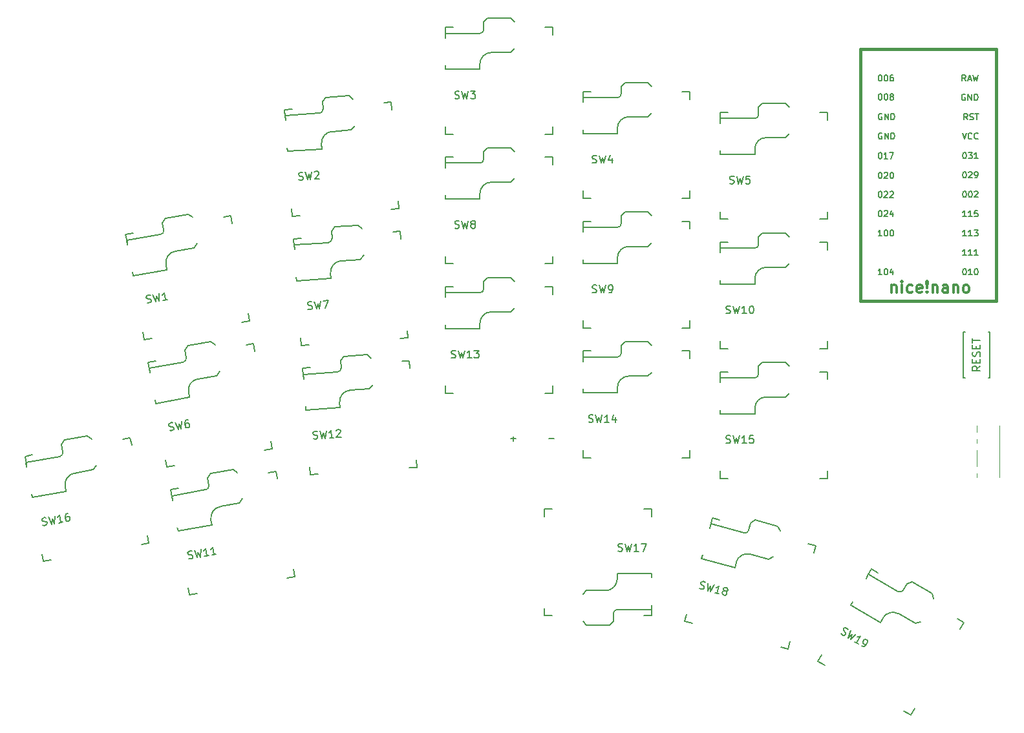
<source format=gto>
G04 #@! TF.GenerationSoftware,KiCad,Pcbnew,8.0.4*
G04 #@! TF.CreationDate,2024-08-09T12:35:52+02:00*
G04 #@! TF.ProjectId,totem_0_3,746f7465-6d5f-4305-9f33-2e6b69636164,0.3*
G04 #@! TF.SameCoordinates,Original*
G04 #@! TF.FileFunction,Legend,Top*
G04 #@! TF.FilePolarity,Positive*
%FSLAX46Y46*%
G04 Gerber Fmt 4.6, Leading zero omitted, Abs format (unit mm)*
G04 Created by KiCad (PCBNEW 8.0.4) date 2024-08-09 12:35:52*
%MOMM*%
%LPD*%
G01*
G04 APERTURE LIST*
G04 Aperture macros list*
%AMRotRect*
0 Rectangle, with rotation*
0 The origin of the aperture is its center*
0 $1 length*
0 $2 width*
0 $3 Rotation angle, in degrees counterclockwise*
0 Add horizontal line*
21,1,$1,$2,0,0,$3*%
G04 Aperture macros list end*
%ADD10C,0.150000*%
%ADD11C,0.300000*%
%ADD12C,0.120000*%
%ADD13C,0.381000*%
%ADD14C,2.000000*%
%ADD15C,1.752600*%
%ADD16C,2.500000*%
%ADD17C,0.750000*%
%ADD18C,0.900000*%
%ADD19R,1.000000X0.700000*%
%ADD20R,2.800000X1.000000*%
%ADD21C,1.701800*%
%ADD22RotRect,2.600000X2.600000X150.000000*%
%ADD23C,3.000000*%
%ADD24C,3.429000*%
%ADD25C,0.990600*%
%ADD26RotRect,2.600000X2.600000X165.000000*%
%ADD27R,2.600000X2.600000*%
%ADD28RotRect,2.600000X2.600000X190.000000*%
%ADD29RotRect,2.600000X2.600000X184.000000*%
%ADD30C,5.600000*%
G04 APERTURE END LIST*
D10*
X158382954Y-286445893D02*
X158999954Y-286445895D01*
X153406454Y-286445895D02*
X154023455Y-286445895D01*
X153709954Y-286148894D02*
X153709954Y-286765896D01*
X214852819Y-276941981D02*
X214376628Y-277275314D01*
X214852819Y-277513409D02*
X213852819Y-277513409D01*
X213852819Y-277513409D02*
X213852819Y-277132457D01*
X213852819Y-277132457D02*
X213900438Y-277037219D01*
X213900438Y-277037219D02*
X213948057Y-276989600D01*
X213948057Y-276989600D02*
X214043295Y-276941981D01*
X214043295Y-276941981D02*
X214186152Y-276941981D01*
X214186152Y-276941981D02*
X214281390Y-276989600D01*
X214281390Y-276989600D02*
X214329009Y-277037219D01*
X214329009Y-277037219D02*
X214376628Y-277132457D01*
X214376628Y-277132457D02*
X214376628Y-277513409D01*
X214329009Y-276513409D02*
X214329009Y-276180076D01*
X214852819Y-276037219D02*
X214852819Y-276513409D01*
X214852819Y-276513409D02*
X213852819Y-276513409D01*
X213852819Y-276513409D02*
X213852819Y-276037219D01*
X214805200Y-275656266D02*
X214852819Y-275513409D01*
X214852819Y-275513409D02*
X214852819Y-275275314D01*
X214852819Y-275275314D02*
X214805200Y-275180076D01*
X214805200Y-275180076D02*
X214757580Y-275132457D01*
X214757580Y-275132457D02*
X214662342Y-275084838D01*
X214662342Y-275084838D02*
X214567104Y-275084838D01*
X214567104Y-275084838D02*
X214471866Y-275132457D01*
X214471866Y-275132457D02*
X214424247Y-275180076D01*
X214424247Y-275180076D02*
X214376628Y-275275314D01*
X214376628Y-275275314D02*
X214329009Y-275465790D01*
X214329009Y-275465790D02*
X214281390Y-275561028D01*
X214281390Y-275561028D02*
X214233771Y-275608647D01*
X214233771Y-275608647D02*
X214138533Y-275656266D01*
X214138533Y-275656266D02*
X214043295Y-275656266D01*
X214043295Y-275656266D02*
X213948057Y-275608647D01*
X213948057Y-275608647D02*
X213900438Y-275561028D01*
X213900438Y-275561028D02*
X213852819Y-275465790D01*
X213852819Y-275465790D02*
X213852819Y-275227695D01*
X213852819Y-275227695D02*
X213900438Y-275084838D01*
X214329009Y-274656266D02*
X214329009Y-274322933D01*
X214852819Y-274180076D02*
X214852819Y-274656266D01*
X214852819Y-274656266D02*
X213852819Y-274656266D01*
X213852819Y-274656266D02*
X213852819Y-274180076D01*
X213852819Y-273894361D02*
X213852819Y-273322933D01*
X214852819Y-273608647D02*
X213852819Y-273608647D01*
X212777819Y-264171237D02*
X212854009Y-264171237D01*
X212854009Y-264171237D02*
X212930200Y-264209332D01*
X212930200Y-264209332D02*
X212968295Y-264247427D01*
X212968295Y-264247427D02*
X213006390Y-264323618D01*
X213006390Y-264323618D02*
X213044485Y-264475999D01*
X213044485Y-264475999D02*
X213044485Y-264666475D01*
X213044485Y-264666475D02*
X213006390Y-264818856D01*
X213006390Y-264818856D02*
X212968295Y-264895046D01*
X212968295Y-264895046D02*
X212930200Y-264933142D01*
X212930200Y-264933142D02*
X212854009Y-264971237D01*
X212854009Y-264971237D02*
X212777819Y-264971237D01*
X212777819Y-264971237D02*
X212701628Y-264933142D01*
X212701628Y-264933142D02*
X212663533Y-264895046D01*
X212663533Y-264895046D02*
X212625438Y-264818856D01*
X212625438Y-264818856D02*
X212587342Y-264666475D01*
X212587342Y-264666475D02*
X212587342Y-264475999D01*
X212587342Y-264475999D02*
X212625438Y-264323618D01*
X212625438Y-264323618D02*
X212663533Y-264247427D01*
X212663533Y-264247427D02*
X212701628Y-264209332D01*
X212701628Y-264209332D02*
X212777819Y-264171237D01*
X213806390Y-264971237D02*
X213349247Y-264971237D01*
X213577819Y-264971237D02*
X213577819Y-264171237D01*
X213577819Y-264171237D02*
X213501628Y-264285522D01*
X213501628Y-264285522D02*
X213425438Y-264361713D01*
X213425438Y-264361713D02*
X213349247Y-264399808D01*
X214301629Y-264171237D02*
X214377819Y-264171237D01*
X214377819Y-264171237D02*
X214454010Y-264209332D01*
X214454010Y-264209332D02*
X214492105Y-264247427D01*
X214492105Y-264247427D02*
X214530200Y-264323618D01*
X214530200Y-264323618D02*
X214568295Y-264475999D01*
X214568295Y-264475999D02*
X214568295Y-264666475D01*
X214568295Y-264666475D02*
X214530200Y-264818856D01*
X214530200Y-264818856D02*
X214492105Y-264895046D01*
X214492105Y-264895046D02*
X214454010Y-264933142D01*
X214454010Y-264933142D02*
X214377819Y-264971237D01*
X214377819Y-264971237D02*
X214301629Y-264971237D01*
X214301629Y-264971237D02*
X214225438Y-264933142D01*
X214225438Y-264933142D02*
X214187343Y-264895046D01*
X214187343Y-264895046D02*
X214149248Y-264818856D01*
X214149248Y-264818856D02*
X214111152Y-264666475D01*
X214111152Y-264666475D02*
X214111152Y-264475999D01*
X214111152Y-264475999D02*
X214149248Y-264323618D01*
X214149248Y-264323618D02*
X214187343Y-264247427D01*
X214187343Y-264247427D02*
X214225438Y-264209332D01*
X214225438Y-264209332D02*
X214301629Y-264171237D01*
X201703438Y-256551237D02*
X201779628Y-256551237D01*
X201779628Y-256551237D02*
X201855819Y-256589332D01*
X201855819Y-256589332D02*
X201893914Y-256627427D01*
X201893914Y-256627427D02*
X201932009Y-256703618D01*
X201932009Y-256703618D02*
X201970104Y-256855999D01*
X201970104Y-256855999D02*
X201970104Y-257046475D01*
X201970104Y-257046475D02*
X201932009Y-257198856D01*
X201932009Y-257198856D02*
X201893914Y-257275046D01*
X201893914Y-257275046D02*
X201855819Y-257313142D01*
X201855819Y-257313142D02*
X201779628Y-257351237D01*
X201779628Y-257351237D02*
X201703438Y-257351237D01*
X201703438Y-257351237D02*
X201627247Y-257313142D01*
X201627247Y-257313142D02*
X201589152Y-257275046D01*
X201589152Y-257275046D02*
X201551057Y-257198856D01*
X201551057Y-257198856D02*
X201512961Y-257046475D01*
X201512961Y-257046475D02*
X201512961Y-256855999D01*
X201512961Y-256855999D02*
X201551057Y-256703618D01*
X201551057Y-256703618D02*
X201589152Y-256627427D01*
X201589152Y-256627427D02*
X201627247Y-256589332D01*
X201627247Y-256589332D02*
X201703438Y-256551237D01*
X202274866Y-256627427D02*
X202312962Y-256589332D01*
X202312962Y-256589332D02*
X202389152Y-256551237D01*
X202389152Y-256551237D02*
X202579628Y-256551237D01*
X202579628Y-256551237D02*
X202655819Y-256589332D01*
X202655819Y-256589332D02*
X202693914Y-256627427D01*
X202693914Y-256627427D02*
X202732009Y-256703618D01*
X202732009Y-256703618D02*
X202732009Y-256779808D01*
X202732009Y-256779808D02*
X202693914Y-256894094D01*
X202693914Y-256894094D02*
X202236771Y-257351237D01*
X202236771Y-257351237D02*
X202732009Y-257351237D01*
X203417724Y-256817903D02*
X203417724Y-257351237D01*
X203227248Y-256513142D02*
X203036771Y-257084570D01*
X203036771Y-257084570D02*
X203532010Y-257084570D01*
X212885771Y-241349332D02*
X212809581Y-241311237D01*
X212809581Y-241311237D02*
X212695295Y-241311237D01*
X212695295Y-241311237D02*
X212581009Y-241349332D01*
X212581009Y-241349332D02*
X212504819Y-241425522D01*
X212504819Y-241425522D02*
X212466724Y-241501713D01*
X212466724Y-241501713D02*
X212428628Y-241654094D01*
X212428628Y-241654094D02*
X212428628Y-241768380D01*
X212428628Y-241768380D02*
X212466724Y-241920761D01*
X212466724Y-241920761D02*
X212504819Y-241996951D01*
X212504819Y-241996951D02*
X212581009Y-242073142D01*
X212581009Y-242073142D02*
X212695295Y-242111237D01*
X212695295Y-242111237D02*
X212771486Y-242111237D01*
X212771486Y-242111237D02*
X212885771Y-242073142D01*
X212885771Y-242073142D02*
X212923867Y-242035046D01*
X212923867Y-242035046D02*
X212923867Y-241768380D01*
X212923867Y-241768380D02*
X212771486Y-241768380D01*
X213266724Y-242111237D02*
X213266724Y-241311237D01*
X213266724Y-241311237D02*
X213723867Y-242111237D01*
X213723867Y-242111237D02*
X213723867Y-241311237D01*
X214104819Y-242111237D02*
X214104819Y-241311237D01*
X214104819Y-241311237D02*
X214295295Y-241311237D01*
X214295295Y-241311237D02*
X214409581Y-241349332D01*
X214409581Y-241349332D02*
X214485771Y-241425522D01*
X214485771Y-241425522D02*
X214523866Y-241501713D01*
X214523866Y-241501713D02*
X214561962Y-241654094D01*
X214561962Y-241654094D02*
X214561962Y-241768380D01*
X214561962Y-241768380D02*
X214523866Y-241920761D01*
X214523866Y-241920761D02*
X214485771Y-241996951D01*
X214485771Y-241996951D02*
X214409581Y-242073142D01*
X214409581Y-242073142D02*
X214295295Y-242111237D01*
X214295295Y-242111237D02*
X214104819Y-242111237D01*
X201970104Y-259891237D02*
X201512961Y-259891237D01*
X201741533Y-259891237D02*
X201741533Y-259091237D01*
X201741533Y-259091237D02*
X201665342Y-259205522D01*
X201665342Y-259205522D02*
X201589152Y-259281713D01*
X201589152Y-259281713D02*
X201512961Y-259319808D01*
X202465343Y-259091237D02*
X202541533Y-259091237D01*
X202541533Y-259091237D02*
X202617724Y-259129332D01*
X202617724Y-259129332D02*
X202655819Y-259167427D01*
X202655819Y-259167427D02*
X202693914Y-259243618D01*
X202693914Y-259243618D02*
X202732009Y-259395999D01*
X202732009Y-259395999D02*
X202732009Y-259586475D01*
X202732009Y-259586475D02*
X202693914Y-259738856D01*
X202693914Y-259738856D02*
X202655819Y-259815046D01*
X202655819Y-259815046D02*
X202617724Y-259853142D01*
X202617724Y-259853142D02*
X202541533Y-259891237D01*
X202541533Y-259891237D02*
X202465343Y-259891237D01*
X202465343Y-259891237D02*
X202389152Y-259853142D01*
X202389152Y-259853142D02*
X202351057Y-259815046D01*
X202351057Y-259815046D02*
X202312962Y-259738856D01*
X202312962Y-259738856D02*
X202274866Y-259586475D01*
X202274866Y-259586475D02*
X202274866Y-259395999D01*
X202274866Y-259395999D02*
X202312962Y-259243618D01*
X202312962Y-259243618D02*
X202351057Y-259167427D01*
X202351057Y-259167427D02*
X202389152Y-259129332D01*
X202389152Y-259129332D02*
X202465343Y-259091237D01*
X203227248Y-259091237D02*
X203303438Y-259091237D01*
X203303438Y-259091237D02*
X203379629Y-259129332D01*
X203379629Y-259129332D02*
X203417724Y-259167427D01*
X203417724Y-259167427D02*
X203455819Y-259243618D01*
X203455819Y-259243618D02*
X203493914Y-259395999D01*
X203493914Y-259395999D02*
X203493914Y-259586475D01*
X203493914Y-259586475D02*
X203455819Y-259738856D01*
X203455819Y-259738856D02*
X203417724Y-259815046D01*
X203417724Y-259815046D02*
X203379629Y-259853142D01*
X203379629Y-259853142D02*
X203303438Y-259891237D01*
X203303438Y-259891237D02*
X203227248Y-259891237D01*
X203227248Y-259891237D02*
X203151057Y-259853142D01*
X203151057Y-259853142D02*
X203112962Y-259815046D01*
X203112962Y-259815046D02*
X203074867Y-259738856D01*
X203074867Y-259738856D02*
X203036771Y-259586475D01*
X203036771Y-259586475D02*
X203036771Y-259395999D01*
X203036771Y-259395999D02*
X203074867Y-259243618D01*
X203074867Y-259243618D02*
X203112962Y-259167427D01*
X203112962Y-259167427D02*
X203151057Y-259129332D01*
X203151057Y-259129332D02*
X203227248Y-259091237D01*
X212777819Y-254011237D02*
X212854009Y-254011237D01*
X212854009Y-254011237D02*
X212930200Y-254049332D01*
X212930200Y-254049332D02*
X212968295Y-254087427D01*
X212968295Y-254087427D02*
X213006390Y-254163618D01*
X213006390Y-254163618D02*
X213044485Y-254315999D01*
X213044485Y-254315999D02*
X213044485Y-254506475D01*
X213044485Y-254506475D02*
X213006390Y-254658856D01*
X213006390Y-254658856D02*
X212968295Y-254735046D01*
X212968295Y-254735046D02*
X212930200Y-254773142D01*
X212930200Y-254773142D02*
X212854009Y-254811237D01*
X212854009Y-254811237D02*
X212777819Y-254811237D01*
X212777819Y-254811237D02*
X212701628Y-254773142D01*
X212701628Y-254773142D02*
X212663533Y-254735046D01*
X212663533Y-254735046D02*
X212625438Y-254658856D01*
X212625438Y-254658856D02*
X212587342Y-254506475D01*
X212587342Y-254506475D02*
X212587342Y-254315999D01*
X212587342Y-254315999D02*
X212625438Y-254163618D01*
X212625438Y-254163618D02*
X212663533Y-254087427D01*
X212663533Y-254087427D02*
X212701628Y-254049332D01*
X212701628Y-254049332D02*
X212777819Y-254011237D01*
X213539724Y-254011237D02*
X213615914Y-254011237D01*
X213615914Y-254011237D02*
X213692105Y-254049332D01*
X213692105Y-254049332D02*
X213730200Y-254087427D01*
X213730200Y-254087427D02*
X213768295Y-254163618D01*
X213768295Y-254163618D02*
X213806390Y-254315999D01*
X213806390Y-254315999D02*
X213806390Y-254506475D01*
X213806390Y-254506475D02*
X213768295Y-254658856D01*
X213768295Y-254658856D02*
X213730200Y-254735046D01*
X213730200Y-254735046D02*
X213692105Y-254773142D01*
X213692105Y-254773142D02*
X213615914Y-254811237D01*
X213615914Y-254811237D02*
X213539724Y-254811237D01*
X213539724Y-254811237D02*
X213463533Y-254773142D01*
X213463533Y-254773142D02*
X213425438Y-254735046D01*
X213425438Y-254735046D02*
X213387343Y-254658856D01*
X213387343Y-254658856D02*
X213349247Y-254506475D01*
X213349247Y-254506475D02*
X213349247Y-254315999D01*
X213349247Y-254315999D02*
X213387343Y-254163618D01*
X213387343Y-254163618D02*
X213425438Y-254087427D01*
X213425438Y-254087427D02*
X213463533Y-254049332D01*
X213463533Y-254049332D02*
X213539724Y-254011237D01*
X214111152Y-254087427D02*
X214149248Y-254049332D01*
X214149248Y-254049332D02*
X214225438Y-254011237D01*
X214225438Y-254011237D02*
X214415914Y-254011237D01*
X214415914Y-254011237D02*
X214492105Y-254049332D01*
X214492105Y-254049332D02*
X214530200Y-254087427D01*
X214530200Y-254087427D02*
X214568295Y-254163618D01*
X214568295Y-254163618D02*
X214568295Y-254239808D01*
X214568295Y-254239808D02*
X214530200Y-254354094D01*
X214530200Y-254354094D02*
X214073057Y-254811237D01*
X214073057Y-254811237D02*
X214568295Y-254811237D01*
X213044485Y-262431237D02*
X212587342Y-262431237D01*
X212815914Y-262431237D02*
X212815914Y-261631237D01*
X212815914Y-261631237D02*
X212739723Y-261745522D01*
X212739723Y-261745522D02*
X212663533Y-261821713D01*
X212663533Y-261821713D02*
X212587342Y-261859808D01*
X213806390Y-262431237D02*
X213349247Y-262431237D01*
X213577819Y-262431237D02*
X213577819Y-261631237D01*
X213577819Y-261631237D02*
X213501628Y-261745522D01*
X213501628Y-261745522D02*
X213425438Y-261821713D01*
X213425438Y-261821713D02*
X213349247Y-261859808D01*
X214568295Y-262431237D02*
X214111152Y-262431237D01*
X214339724Y-262431237D02*
X214339724Y-261631237D01*
X214339724Y-261631237D02*
X214263533Y-261745522D01*
X214263533Y-261745522D02*
X214187343Y-261821713D01*
X214187343Y-261821713D02*
X214111152Y-261859808D01*
X201970104Y-246429332D02*
X201893914Y-246391237D01*
X201893914Y-246391237D02*
X201779628Y-246391237D01*
X201779628Y-246391237D02*
X201665342Y-246429332D01*
X201665342Y-246429332D02*
X201589152Y-246505522D01*
X201589152Y-246505522D02*
X201551057Y-246581713D01*
X201551057Y-246581713D02*
X201512961Y-246734094D01*
X201512961Y-246734094D02*
X201512961Y-246848380D01*
X201512961Y-246848380D02*
X201551057Y-247000761D01*
X201551057Y-247000761D02*
X201589152Y-247076951D01*
X201589152Y-247076951D02*
X201665342Y-247153142D01*
X201665342Y-247153142D02*
X201779628Y-247191237D01*
X201779628Y-247191237D02*
X201855819Y-247191237D01*
X201855819Y-247191237D02*
X201970104Y-247153142D01*
X201970104Y-247153142D02*
X202008200Y-247115046D01*
X202008200Y-247115046D02*
X202008200Y-246848380D01*
X202008200Y-246848380D02*
X201855819Y-246848380D01*
X202351057Y-247191237D02*
X202351057Y-246391237D01*
X202351057Y-246391237D02*
X202808200Y-247191237D01*
X202808200Y-247191237D02*
X202808200Y-246391237D01*
X203189152Y-247191237D02*
X203189152Y-246391237D01*
X203189152Y-246391237D02*
X203379628Y-246391237D01*
X203379628Y-246391237D02*
X203493914Y-246429332D01*
X203493914Y-246429332D02*
X203570104Y-246505522D01*
X203570104Y-246505522D02*
X203608199Y-246581713D01*
X203608199Y-246581713D02*
X203646295Y-246734094D01*
X203646295Y-246734094D02*
X203646295Y-246848380D01*
X203646295Y-246848380D02*
X203608199Y-247000761D01*
X203608199Y-247000761D02*
X203570104Y-247076951D01*
X203570104Y-247076951D02*
X203493914Y-247153142D01*
X203493914Y-247153142D02*
X203379628Y-247191237D01*
X203379628Y-247191237D02*
X203189152Y-247191237D01*
X201703438Y-248941237D02*
X201779628Y-248941237D01*
X201779628Y-248941237D02*
X201855819Y-248979332D01*
X201855819Y-248979332D02*
X201893914Y-249017427D01*
X201893914Y-249017427D02*
X201932009Y-249093618D01*
X201932009Y-249093618D02*
X201970104Y-249245999D01*
X201970104Y-249245999D02*
X201970104Y-249436475D01*
X201970104Y-249436475D02*
X201932009Y-249588856D01*
X201932009Y-249588856D02*
X201893914Y-249665046D01*
X201893914Y-249665046D02*
X201855819Y-249703142D01*
X201855819Y-249703142D02*
X201779628Y-249741237D01*
X201779628Y-249741237D02*
X201703438Y-249741237D01*
X201703438Y-249741237D02*
X201627247Y-249703142D01*
X201627247Y-249703142D02*
X201589152Y-249665046D01*
X201589152Y-249665046D02*
X201551057Y-249588856D01*
X201551057Y-249588856D02*
X201512961Y-249436475D01*
X201512961Y-249436475D02*
X201512961Y-249245999D01*
X201512961Y-249245999D02*
X201551057Y-249093618D01*
X201551057Y-249093618D02*
X201589152Y-249017427D01*
X201589152Y-249017427D02*
X201627247Y-248979332D01*
X201627247Y-248979332D02*
X201703438Y-248941237D01*
X202732009Y-249741237D02*
X202274866Y-249741237D01*
X202503438Y-249741237D02*
X202503438Y-248941237D01*
X202503438Y-248941237D02*
X202427247Y-249055522D01*
X202427247Y-249055522D02*
X202351057Y-249131713D01*
X202351057Y-249131713D02*
X202274866Y-249169808D01*
X202998676Y-248941237D02*
X203532010Y-248941237D01*
X203532010Y-248941237D02*
X203189152Y-249741237D01*
X212511152Y-246391237D02*
X212777819Y-247191237D01*
X212777819Y-247191237D02*
X213044485Y-246391237D01*
X213768295Y-247115046D02*
X213730199Y-247153142D01*
X213730199Y-247153142D02*
X213615914Y-247191237D01*
X213615914Y-247191237D02*
X213539723Y-247191237D01*
X213539723Y-247191237D02*
X213425437Y-247153142D01*
X213425437Y-247153142D02*
X213349247Y-247076951D01*
X213349247Y-247076951D02*
X213311152Y-247000761D01*
X213311152Y-247000761D02*
X213273056Y-246848380D01*
X213273056Y-246848380D02*
X213273056Y-246734094D01*
X213273056Y-246734094D02*
X213311152Y-246581713D01*
X213311152Y-246581713D02*
X213349247Y-246505522D01*
X213349247Y-246505522D02*
X213425437Y-246429332D01*
X213425437Y-246429332D02*
X213539723Y-246391237D01*
X213539723Y-246391237D02*
X213615914Y-246391237D01*
X213615914Y-246391237D02*
X213730199Y-246429332D01*
X213730199Y-246429332D02*
X213768295Y-246467427D01*
X214568295Y-247115046D02*
X214530199Y-247153142D01*
X214530199Y-247153142D02*
X214415914Y-247191237D01*
X214415914Y-247191237D02*
X214339723Y-247191237D01*
X214339723Y-247191237D02*
X214225437Y-247153142D01*
X214225437Y-247153142D02*
X214149247Y-247076951D01*
X214149247Y-247076951D02*
X214111152Y-247000761D01*
X214111152Y-247000761D02*
X214073056Y-246848380D01*
X214073056Y-246848380D02*
X214073056Y-246734094D01*
X214073056Y-246734094D02*
X214111152Y-246581713D01*
X214111152Y-246581713D02*
X214149247Y-246505522D01*
X214149247Y-246505522D02*
X214225437Y-246429332D01*
X214225437Y-246429332D02*
X214339723Y-246391237D01*
X214339723Y-246391237D02*
X214415914Y-246391237D01*
X214415914Y-246391237D02*
X214530199Y-246429332D01*
X214530199Y-246429332D02*
X214568295Y-246467427D01*
X201703438Y-254041237D02*
X201779628Y-254041237D01*
X201779628Y-254041237D02*
X201855819Y-254079332D01*
X201855819Y-254079332D02*
X201893914Y-254117427D01*
X201893914Y-254117427D02*
X201932009Y-254193618D01*
X201932009Y-254193618D02*
X201970104Y-254345999D01*
X201970104Y-254345999D02*
X201970104Y-254536475D01*
X201970104Y-254536475D02*
X201932009Y-254688856D01*
X201932009Y-254688856D02*
X201893914Y-254765046D01*
X201893914Y-254765046D02*
X201855819Y-254803142D01*
X201855819Y-254803142D02*
X201779628Y-254841237D01*
X201779628Y-254841237D02*
X201703438Y-254841237D01*
X201703438Y-254841237D02*
X201627247Y-254803142D01*
X201627247Y-254803142D02*
X201589152Y-254765046D01*
X201589152Y-254765046D02*
X201551057Y-254688856D01*
X201551057Y-254688856D02*
X201512961Y-254536475D01*
X201512961Y-254536475D02*
X201512961Y-254345999D01*
X201512961Y-254345999D02*
X201551057Y-254193618D01*
X201551057Y-254193618D02*
X201589152Y-254117427D01*
X201589152Y-254117427D02*
X201627247Y-254079332D01*
X201627247Y-254079332D02*
X201703438Y-254041237D01*
X202274866Y-254117427D02*
X202312962Y-254079332D01*
X202312962Y-254079332D02*
X202389152Y-254041237D01*
X202389152Y-254041237D02*
X202579628Y-254041237D01*
X202579628Y-254041237D02*
X202655819Y-254079332D01*
X202655819Y-254079332D02*
X202693914Y-254117427D01*
X202693914Y-254117427D02*
X202732009Y-254193618D01*
X202732009Y-254193618D02*
X202732009Y-254269808D01*
X202732009Y-254269808D02*
X202693914Y-254384094D01*
X202693914Y-254384094D02*
X202236771Y-254841237D01*
X202236771Y-254841237D02*
X202732009Y-254841237D01*
X203036771Y-254117427D02*
X203074867Y-254079332D01*
X203074867Y-254079332D02*
X203151057Y-254041237D01*
X203151057Y-254041237D02*
X203341533Y-254041237D01*
X203341533Y-254041237D02*
X203417724Y-254079332D01*
X203417724Y-254079332D02*
X203455819Y-254117427D01*
X203455819Y-254117427D02*
X203493914Y-254193618D01*
X203493914Y-254193618D02*
X203493914Y-254269808D01*
X203493914Y-254269808D02*
X203455819Y-254384094D01*
X203455819Y-254384094D02*
X202998676Y-254841237D01*
X202998676Y-254841237D02*
X203493914Y-254841237D01*
X212961962Y-239571237D02*
X212695295Y-239190284D01*
X212504819Y-239571237D02*
X212504819Y-238771237D01*
X212504819Y-238771237D02*
X212809581Y-238771237D01*
X212809581Y-238771237D02*
X212885771Y-238809332D01*
X212885771Y-238809332D02*
X212923866Y-238847427D01*
X212923866Y-238847427D02*
X212961962Y-238923618D01*
X212961962Y-238923618D02*
X212961962Y-239037903D01*
X212961962Y-239037903D02*
X212923866Y-239114094D01*
X212923866Y-239114094D02*
X212885771Y-239152189D01*
X212885771Y-239152189D02*
X212809581Y-239190284D01*
X212809581Y-239190284D02*
X212504819Y-239190284D01*
X213266723Y-239342665D02*
X213647676Y-239342665D01*
X213190533Y-239571237D02*
X213457200Y-238771237D01*
X213457200Y-238771237D02*
X213723866Y-239571237D01*
X213914342Y-238771237D02*
X214104818Y-239571237D01*
X214104818Y-239571237D02*
X214257199Y-238999808D01*
X214257199Y-238999808D02*
X214409580Y-239571237D01*
X214409580Y-239571237D02*
X214600057Y-238771237D01*
X201970104Y-243889331D02*
X201893914Y-243851236D01*
X201893914Y-243851236D02*
X201779628Y-243851236D01*
X201779628Y-243851236D02*
X201665342Y-243889331D01*
X201665342Y-243889331D02*
X201589152Y-243965521D01*
X201589152Y-243965521D02*
X201551057Y-244041712D01*
X201551057Y-244041712D02*
X201512961Y-244194093D01*
X201512961Y-244194093D02*
X201512961Y-244308379D01*
X201512961Y-244308379D02*
X201551057Y-244460760D01*
X201551057Y-244460760D02*
X201589152Y-244536950D01*
X201589152Y-244536950D02*
X201665342Y-244613141D01*
X201665342Y-244613141D02*
X201779628Y-244651236D01*
X201779628Y-244651236D02*
X201855819Y-244651236D01*
X201855819Y-244651236D02*
X201970104Y-244613141D01*
X201970104Y-244613141D02*
X202008200Y-244575045D01*
X202008200Y-244575045D02*
X202008200Y-244308379D01*
X202008200Y-244308379D02*
X201855819Y-244308379D01*
X202351057Y-244651236D02*
X202351057Y-243851236D01*
X202351057Y-243851236D02*
X202808200Y-244651236D01*
X202808200Y-244651236D02*
X202808200Y-243851236D01*
X203189152Y-244651236D02*
X203189152Y-243851236D01*
X203189152Y-243851236D02*
X203379628Y-243851236D01*
X203379628Y-243851236D02*
X203493914Y-243889331D01*
X203493914Y-243889331D02*
X203570104Y-243965521D01*
X203570104Y-243965521D02*
X203608199Y-244041712D01*
X203608199Y-244041712D02*
X203646295Y-244194093D01*
X203646295Y-244194093D02*
X203646295Y-244308379D01*
X203646295Y-244308379D02*
X203608199Y-244460760D01*
X203608199Y-244460760D02*
X203570104Y-244536950D01*
X203570104Y-244536950D02*
X203493914Y-244613141D01*
X203493914Y-244613141D02*
X203379628Y-244651236D01*
X203379628Y-244651236D02*
X203189152Y-244651236D01*
D11*
X203258913Y-266319270D02*
X203258913Y-267319270D01*
X203258913Y-266462127D02*
X203330342Y-266390699D01*
X203330342Y-266390699D02*
X203473199Y-266319270D01*
X203473199Y-266319270D02*
X203687485Y-266319270D01*
X203687485Y-266319270D02*
X203830342Y-266390699D01*
X203830342Y-266390699D02*
X203901771Y-266533556D01*
X203901771Y-266533556D02*
X203901771Y-267319270D01*
X204616056Y-267319270D02*
X204616056Y-266319270D01*
X204616056Y-265819270D02*
X204544628Y-265890699D01*
X204544628Y-265890699D02*
X204616056Y-265962127D01*
X204616056Y-265962127D02*
X204687485Y-265890699D01*
X204687485Y-265890699D02*
X204616056Y-265819270D01*
X204616056Y-265819270D02*
X204616056Y-265962127D01*
X205973200Y-267247842D02*
X205830342Y-267319270D01*
X205830342Y-267319270D02*
X205544628Y-267319270D01*
X205544628Y-267319270D02*
X205401771Y-267247842D01*
X205401771Y-267247842D02*
X205330342Y-267176413D01*
X205330342Y-267176413D02*
X205258914Y-267033556D01*
X205258914Y-267033556D02*
X205258914Y-266604984D01*
X205258914Y-266604984D02*
X205330342Y-266462127D01*
X205330342Y-266462127D02*
X205401771Y-266390699D01*
X205401771Y-266390699D02*
X205544628Y-266319270D01*
X205544628Y-266319270D02*
X205830342Y-266319270D01*
X205830342Y-266319270D02*
X205973200Y-266390699D01*
X207187485Y-267247842D02*
X207044628Y-267319270D01*
X207044628Y-267319270D02*
X206758914Y-267319270D01*
X206758914Y-267319270D02*
X206616056Y-267247842D01*
X206616056Y-267247842D02*
X206544628Y-267104984D01*
X206544628Y-267104984D02*
X206544628Y-266533556D01*
X206544628Y-266533556D02*
X206616056Y-266390699D01*
X206616056Y-266390699D02*
X206758914Y-266319270D01*
X206758914Y-266319270D02*
X207044628Y-266319270D01*
X207044628Y-266319270D02*
X207187485Y-266390699D01*
X207187485Y-266390699D02*
X207258914Y-266533556D01*
X207258914Y-266533556D02*
X207258914Y-266676413D01*
X207258914Y-266676413D02*
X206544628Y-266819270D01*
X207901770Y-267176413D02*
X207973199Y-267247842D01*
X207973199Y-267247842D02*
X207901770Y-267319270D01*
X207901770Y-267319270D02*
X207830342Y-267247842D01*
X207830342Y-267247842D02*
X207901770Y-267176413D01*
X207901770Y-267176413D02*
X207901770Y-267319270D01*
X207901770Y-266747842D02*
X207830342Y-265890699D01*
X207830342Y-265890699D02*
X207901770Y-265819270D01*
X207901770Y-265819270D02*
X207973199Y-265890699D01*
X207973199Y-265890699D02*
X207901770Y-266747842D01*
X207901770Y-266747842D02*
X207901770Y-265819270D01*
X208616056Y-266319270D02*
X208616056Y-267319270D01*
X208616056Y-266462127D02*
X208687485Y-266390699D01*
X208687485Y-266390699D02*
X208830342Y-266319270D01*
X208830342Y-266319270D02*
X209044628Y-266319270D01*
X209044628Y-266319270D02*
X209187485Y-266390699D01*
X209187485Y-266390699D02*
X209258914Y-266533556D01*
X209258914Y-266533556D02*
X209258914Y-267319270D01*
X210616057Y-267319270D02*
X210616057Y-266533556D01*
X210616057Y-266533556D02*
X210544628Y-266390699D01*
X210544628Y-266390699D02*
X210401771Y-266319270D01*
X210401771Y-266319270D02*
X210116057Y-266319270D01*
X210116057Y-266319270D02*
X209973199Y-266390699D01*
X210616057Y-267247842D02*
X210473199Y-267319270D01*
X210473199Y-267319270D02*
X210116057Y-267319270D01*
X210116057Y-267319270D02*
X209973199Y-267247842D01*
X209973199Y-267247842D02*
X209901771Y-267104984D01*
X209901771Y-267104984D02*
X209901771Y-266962127D01*
X209901771Y-266962127D02*
X209973199Y-266819270D01*
X209973199Y-266819270D02*
X210116057Y-266747842D01*
X210116057Y-266747842D02*
X210473199Y-266747842D01*
X210473199Y-266747842D02*
X210616057Y-266676413D01*
X211330342Y-266319270D02*
X211330342Y-267319270D01*
X211330342Y-266462127D02*
X211401771Y-266390699D01*
X211401771Y-266390699D02*
X211544628Y-266319270D01*
X211544628Y-266319270D02*
X211758914Y-266319270D01*
X211758914Y-266319270D02*
X211901771Y-266390699D01*
X211901771Y-266390699D02*
X211973200Y-266533556D01*
X211973200Y-266533556D02*
X211973200Y-267319270D01*
X212901771Y-267319270D02*
X212758914Y-267247842D01*
X212758914Y-267247842D02*
X212687485Y-267176413D01*
X212687485Y-267176413D02*
X212616057Y-267033556D01*
X212616057Y-267033556D02*
X212616057Y-266604984D01*
X212616057Y-266604984D02*
X212687485Y-266462127D01*
X212687485Y-266462127D02*
X212758914Y-266390699D01*
X212758914Y-266390699D02*
X212901771Y-266319270D01*
X212901771Y-266319270D02*
X213116057Y-266319270D01*
X213116057Y-266319270D02*
X213258914Y-266390699D01*
X213258914Y-266390699D02*
X213330343Y-266462127D01*
X213330343Y-266462127D02*
X213401771Y-266604984D01*
X213401771Y-266604984D02*
X213401771Y-267033556D01*
X213401771Y-267033556D02*
X213330343Y-267176413D01*
X213330343Y-267176413D02*
X213258914Y-267247842D01*
X213258914Y-267247842D02*
X213116057Y-267319270D01*
X213116057Y-267319270D02*
X212901771Y-267319270D01*
D10*
X213190533Y-244651237D02*
X212923866Y-244270284D01*
X212733390Y-244651237D02*
X212733390Y-243851237D01*
X212733390Y-243851237D02*
X213038152Y-243851237D01*
X213038152Y-243851237D02*
X213114342Y-243889332D01*
X213114342Y-243889332D02*
X213152437Y-243927427D01*
X213152437Y-243927427D02*
X213190533Y-244003618D01*
X213190533Y-244003618D02*
X213190533Y-244117903D01*
X213190533Y-244117903D02*
X213152437Y-244194094D01*
X213152437Y-244194094D02*
X213114342Y-244232189D01*
X213114342Y-244232189D02*
X213038152Y-244270284D01*
X213038152Y-244270284D02*
X212733390Y-244270284D01*
X213495294Y-244613142D02*
X213609580Y-244651237D01*
X213609580Y-244651237D02*
X213800056Y-244651237D01*
X213800056Y-244651237D02*
X213876247Y-244613142D01*
X213876247Y-244613142D02*
X213914342Y-244575046D01*
X213914342Y-244575046D02*
X213952437Y-244498856D01*
X213952437Y-244498856D02*
X213952437Y-244422665D01*
X213952437Y-244422665D02*
X213914342Y-244346475D01*
X213914342Y-244346475D02*
X213876247Y-244308380D01*
X213876247Y-244308380D02*
X213800056Y-244270284D01*
X213800056Y-244270284D02*
X213647675Y-244232189D01*
X213647675Y-244232189D02*
X213571485Y-244194094D01*
X213571485Y-244194094D02*
X213533390Y-244155999D01*
X213533390Y-244155999D02*
X213495294Y-244079808D01*
X213495294Y-244079808D02*
X213495294Y-244003618D01*
X213495294Y-244003618D02*
X213533390Y-243927427D01*
X213533390Y-243927427D02*
X213571485Y-243889332D01*
X213571485Y-243889332D02*
X213647675Y-243851237D01*
X213647675Y-243851237D02*
X213838152Y-243851237D01*
X213838152Y-243851237D02*
X213952437Y-243889332D01*
X214181009Y-243851237D02*
X214638152Y-243851237D01*
X214409580Y-244651237D02*
X214409580Y-243851237D01*
X213044485Y-257351237D02*
X212587342Y-257351237D01*
X212815914Y-257351237D02*
X212815914Y-256551237D01*
X212815914Y-256551237D02*
X212739723Y-256665522D01*
X212739723Y-256665522D02*
X212663533Y-256741713D01*
X212663533Y-256741713D02*
X212587342Y-256779808D01*
X213806390Y-257351237D02*
X213349247Y-257351237D01*
X213577819Y-257351237D02*
X213577819Y-256551237D01*
X213577819Y-256551237D02*
X213501628Y-256665522D01*
X213501628Y-256665522D02*
X213425438Y-256741713D01*
X213425438Y-256741713D02*
X213349247Y-256779808D01*
X214530200Y-256551237D02*
X214149248Y-256551237D01*
X214149248Y-256551237D02*
X214111152Y-256932189D01*
X214111152Y-256932189D02*
X214149248Y-256894094D01*
X214149248Y-256894094D02*
X214225438Y-256855999D01*
X214225438Y-256855999D02*
X214415914Y-256855999D01*
X214415914Y-256855999D02*
X214492105Y-256894094D01*
X214492105Y-256894094D02*
X214530200Y-256932189D01*
X214530200Y-256932189D02*
X214568295Y-257008380D01*
X214568295Y-257008380D02*
X214568295Y-257198856D01*
X214568295Y-257198856D02*
X214530200Y-257275046D01*
X214530200Y-257275046D02*
X214492105Y-257313142D01*
X214492105Y-257313142D02*
X214415914Y-257351237D01*
X214415914Y-257351237D02*
X214225438Y-257351237D01*
X214225438Y-257351237D02*
X214149248Y-257313142D01*
X214149248Y-257313142D02*
X214111152Y-257275046D01*
X213044485Y-259891237D02*
X212587342Y-259891237D01*
X212815914Y-259891237D02*
X212815914Y-259091237D01*
X212815914Y-259091237D02*
X212739723Y-259205522D01*
X212739723Y-259205522D02*
X212663533Y-259281713D01*
X212663533Y-259281713D02*
X212587342Y-259319808D01*
X213806390Y-259891237D02*
X213349247Y-259891237D01*
X213577819Y-259891237D02*
X213577819Y-259091237D01*
X213577819Y-259091237D02*
X213501628Y-259205522D01*
X213501628Y-259205522D02*
X213425438Y-259281713D01*
X213425438Y-259281713D02*
X213349247Y-259319808D01*
X214073057Y-259091237D02*
X214568295Y-259091237D01*
X214568295Y-259091237D02*
X214301629Y-259395999D01*
X214301629Y-259395999D02*
X214415914Y-259395999D01*
X214415914Y-259395999D02*
X214492105Y-259434094D01*
X214492105Y-259434094D02*
X214530200Y-259472189D01*
X214530200Y-259472189D02*
X214568295Y-259548380D01*
X214568295Y-259548380D02*
X214568295Y-259738856D01*
X214568295Y-259738856D02*
X214530200Y-259815046D01*
X214530200Y-259815046D02*
X214492105Y-259853142D01*
X214492105Y-259853142D02*
X214415914Y-259891237D01*
X214415914Y-259891237D02*
X214187343Y-259891237D01*
X214187343Y-259891237D02*
X214111152Y-259853142D01*
X214111152Y-259853142D02*
X214073057Y-259815046D01*
X201703438Y-241241237D02*
X201779628Y-241241237D01*
X201779628Y-241241237D02*
X201855819Y-241279332D01*
X201855819Y-241279332D02*
X201893914Y-241317427D01*
X201893914Y-241317427D02*
X201932009Y-241393618D01*
X201932009Y-241393618D02*
X201970104Y-241545999D01*
X201970104Y-241545999D02*
X201970104Y-241736475D01*
X201970104Y-241736475D02*
X201932009Y-241888856D01*
X201932009Y-241888856D02*
X201893914Y-241965046D01*
X201893914Y-241965046D02*
X201855819Y-242003142D01*
X201855819Y-242003142D02*
X201779628Y-242041237D01*
X201779628Y-242041237D02*
X201703438Y-242041237D01*
X201703438Y-242041237D02*
X201627247Y-242003142D01*
X201627247Y-242003142D02*
X201589152Y-241965046D01*
X201589152Y-241965046D02*
X201551057Y-241888856D01*
X201551057Y-241888856D02*
X201512961Y-241736475D01*
X201512961Y-241736475D02*
X201512961Y-241545999D01*
X201512961Y-241545999D02*
X201551057Y-241393618D01*
X201551057Y-241393618D02*
X201589152Y-241317427D01*
X201589152Y-241317427D02*
X201627247Y-241279332D01*
X201627247Y-241279332D02*
X201703438Y-241241237D01*
X202465343Y-241241237D02*
X202541533Y-241241237D01*
X202541533Y-241241237D02*
X202617724Y-241279332D01*
X202617724Y-241279332D02*
X202655819Y-241317427D01*
X202655819Y-241317427D02*
X202693914Y-241393618D01*
X202693914Y-241393618D02*
X202732009Y-241545999D01*
X202732009Y-241545999D02*
X202732009Y-241736475D01*
X202732009Y-241736475D02*
X202693914Y-241888856D01*
X202693914Y-241888856D02*
X202655819Y-241965046D01*
X202655819Y-241965046D02*
X202617724Y-242003142D01*
X202617724Y-242003142D02*
X202541533Y-242041237D01*
X202541533Y-242041237D02*
X202465343Y-242041237D01*
X202465343Y-242041237D02*
X202389152Y-242003142D01*
X202389152Y-242003142D02*
X202351057Y-241965046D01*
X202351057Y-241965046D02*
X202312962Y-241888856D01*
X202312962Y-241888856D02*
X202274866Y-241736475D01*
X202274866Y-241736475D02*
X202274866Y-241545999D01*
X202274866Y-241545999D02*
X202312962Y-241393618D01*
X202312962Y-241393618D02*
X202351057Y-241317427D01*
X202351057Y-241317427D02*
X202389152Y-241279332D01*
X202389152Y-241279332D02*
X202465343Y-241241237D01*
X203189152Y-241584094D02*
X203112962Y-241545999D01*
X203112962Y-241545999D02*
X203074867Y-241507903D01*
X203074867Y-241507903D02*
X203036771Y-241431713D01*
X203036771Y-241431713D02*
X203036771Y-241393618D01*
X203036771Y-241393618D02*
X203074867Y-241317427D01*
X203074867Y-241317427D02*
X203112962Y-241279332D01*
X203112962Y-241279332D02*
X203189152Y-241241237D01*
X203189152Y-241241237D02*
X203341533Y-241241237D01*
X203341533Y-241241237D02*
X203417724Y-241279332D01*
X203417724Y-241279332D02*
X203455819Y-241317427D01*
X203455819Y-241317427D02*
X203493914Y-241393618D01*
X203493914Y-241393618D02*
X203493914Y-241431713D01*
X203493914Y-241431713D02*
X203455819Y-241507903D01*
X203455819Y-241507903D02*
X203417724Y-241545999D01*
X203417724Y-241545999D02*
X203341533Y-241584094D01*
X203341533Y-241584094D02*
X203189152Y-241584094D01*
X203189152Y-241584094D02*
X203112962Y-241622189D01*
X203112962Y-241622189D02*
X203074867Y-241660284D01*
X203074867Y-241660284D02*
X203036771Y-241736475D01*
X203036771Y-241736475D02*
X203036771Y-241888856D01*
X203036771Y-241888856D02*
X203074867Y-241965046D01*
X203074867Y-241965046D02*
X203112962Y-242003142D01*
X203112962Y-242003142D02*
X203189152Y-242041237D01*
X203189152Y-242041237D02*
X203341533Y-242041237D01*
X203341533Y-242041237D02*
X203417724Y-242003142D01*
X203417724Y-242003142D02*
X203455819Y-241965046D01*
X203455819Y-241965046D02*
X203493914Y-241888856D01*
X203493914Y-241888856D02*
X203493914Y-241736475D01*
X203493914Y-241736475D02*
X203455819Y-241660284D01*
X203455819Y-241660284D02*
X203417724Y-241622189D01*
X203417724Y-241622189D02*
X203341533Y-241584094D01*
X201703438Y-251541237D02*
X201779628Y-251541237D01*
X201779628Y-251541237D02*
X201855819Y-251579332D01*
X201855819Y-251579332D02*
X201893914Y-251617427D01*
X201893914Y-251617427D02*
X201932009Y-251693618D01*
X201932009Y-251693618D02*
X201970104Y-251845999D01*
X201970104Y-251845999D02*
X201970104Y-252036475D01*
X201970104Y-252036475D02*
X201932009Y-252188856D01*
X201932009Y-252188856D02*
X201893914Y-252265046D01*
X201893914Y-252265046D02*
X201855819Y-252303142D01*
X201855819Y-252303142D02*
X201779628Y-252341237D01*
X201779628Y-252341237D02*
X201703438Y-252341237D01*
X201703438Y-252341237D02*
X201627247Y-252303142D01*
X201627247Y-252303142D02*
X201589152Y-252265046D01*
X201589152Y-252265046D02*
X201551057Y-252188856D01*
X201551057Y-252188856D02*
X201512961Y-252036475D01*
X201512961Y-252036475D02*
X201512961Y-251845999D01*
X201512961Y-251845999D02*
X201551057Y-251693618D01*
X201551057Y-251693618D02*
X201589152Y-251617427D01*
X201589152Y-251617427D02*
X201627247Y-251579332D01*
X201627247Y-251579332D02*
X201703438Y-251541237D01*
X202274866Y-251617427D02*
X202312962Y-251579332D01*
X202312962Y-251579332D02*
X202389152Y-251541237D01*
X202389152Y-251541237D02*
X202579628Y-251541237D01*
X202579628Y-251541237D02*
X202655819Y-251579332D01*
X202655819Y-251579332D02*
X202693914Y-251617427D01*
X202693914Y-251617427D02*
X202732009Y-251693618D01*
X202732009Y-251693618D02*
X202732009Y-251769808D01*
X202732009Y-251769808D02*
X202693914Y-251884094D01*
X202693914Y-251884094D02*
X202236771Y-252341237D01*
X202236771Y-252341237D02*
X202732009Y-252341237D01*
X203227248Y-251541237D02*
X203303438Y-251541237D01*
X203303438Y-251541237D02*
X203379629Y-251579332D01*
X203379629Y-251579332D02*
X203417724Y-251617427D01*
X203417724Y-251617427D02*
X203455819Y-251693618D01*
X203455819Y-251693618D02*
X203493914Y-251845999D01*
X203493914Y-251845999D02*
X203493914Y-252036475D01*
X203493914Y-252036475D02*
X203455819Y-252188856D01*
X203455819Y-252188856D02*
X203417724Y-252265046D01*
X203417724Y-252265046D02*
X203379629Y-252303142D01*
X203379629Y-252303142D02*
X203303438Y-252341237D01*
X203303438Y-252341237D02*
X203227248Y-252341237D01*
X203227248Y-252341237D02*
X203151057Y-252303142D01*
X203151057Y-252303142D02*
X203112962Y-252265046D01*
X203112962Y-252265046D02*
X203074867Y-252188856D01*
X203074867Y-252188856D02*
X203036771Y-252036475D01*
X203036771Y-252036475D02*
X203036771Y-251845999D01*
X203036771Y-251845999D02*
X203074867Y-251693618D01*
X203074867Y-251693618D02*
X203112962Y-251617427D01*
X203112962Y-251617427D02*
X203151057Y-251579332D01*
X203151057Y-251579332D02*
X203227248Y-251541237D01*
X212777819Y-251471237D02*
X212854009Y-251471237D01*
X212854009Y-251471237D02*
X212930200Y-251509332D01*
X212930200Y-251509332D02*
X212968295Y-251547427D01*
X212968295Y-251547427D02*
X213006390Y-251623618D01*
X213006390Y-251623618D02*
X213044485Y-251775999D01*
X213044485Y-251775999D02*
X213044485Y-251966475D01*
X213044485Y-251966475D02*
X213006390Y-252118856D01*
X213006390Y-252118856D02*
X212968295Y-252195046D01*
X212968295Y-252195046D02*
X212930200Y-252233142D01*
X212930200Y-252233142D02*
X212854009Y-252271237D01*
X212854009Y-252271237D02*
X212777819Y-252271237D01*
X212777819Y-252271237D02*
X212701628Y-252233142D01*
X212701628Y-252233142D02*
X212663533Y-252195046D01*
X212663533Y-252195046D02*
X212625438Y-252118856D01*
X212625438Y-252118856D02*
X212587342Y-251966475D01*
X212587342Y-251966475D02*
X212587342Y-251775999D01*
X212587342Y-251775999D02*
X212625438Y-251623618D01*
X212625438Y-251623618D02*
X212663533Y-251547427D01*
X212663533Y-251547427D02*
X212701628Y-251509332D01*
X212701628Y-251509332D02*
X212777819Y-251471237D01*
X213349247Y-251547427D02*
X213387343Y-251509332D01*
X213387343Y-251509332D02*
X213463533Y-251471237D01*
X213463533Y-251471237D02*
X213654009Y-251471237D01*
X213654009Y-251471237D02*
X213730200Y-251509332D01*
X213730200Y-251509332D02*
X213768295Y-251547427D01*
X213768295Y-251547427D02*
X213806390Y-251623618D01*
X213806390Y-251623618D02*
X213806390Y-251699808D01*
X213806390Y-251699808D02*
X213768295Y-251814094D01*
X213768295Y-251814094D02*
X213311152Y-252271237D01*
X213311152Y-252271237D02*
X213806390Y-252271237D01*
X214187343Y-252271237D02*
X214339724Y-252271237D01*
X214339724Y-252271237D02*
X214415914Y-252233142D01*
X214415914Y-252233142D02*
X214454010Y-252195046D01*
X214454010Y-252195046D02*
X214530200Y-252080761D01*
X214530200Y-252080761D02*
X214568295Y-251928380D01*
X214568295Y-251928380D02*
X214568295Y-251623618D01*
X214568295Y-251623618D02*
X214530200Y-251547427D01*
X214530200Y-251547427D02*
X214492105Y-251509332D01*
X214492105Y-251509332D02*
X214415914Y-251471237D01*
X214415914Y-251471237D02*
X214263533Y-251471237D01*
X214263533Y-251471237D02*
X214187343Y-251509332D01*
X214187343Y-251509332D02*
X214149248Y-251547427D01*
X214149248Y-251547427D02*
X214111152Y-251623618D01*
X214111152Y-251623618D02*
X214111152Y-251814094D01*
X214111152Y-251814094D02*
X214149248Y-251890284D01*
X214149248Y-251890284D02*
X214187343Y-251928380D01*
X214187343Y-251928380D02*
X214263533Y-251966475D01*
X214263533Y-251966475D02*
X214415914Y-251966475D01*
X214415914Y-251966475D02*
X214492105Y-251928380D01*
X214492105Y-251928380D02*
X214530200Y-251890284D01*
X214530200Y-251890284D02*
X214568295Y-251814094D01*
X201703438Y-238771237D02*
X201779628Y-238771237D01*
X201779628Y-238771237D02*
X201855819Y-238809332D01*
X201855819Y-238809332D02*
X201893914Y-238847427D01*
X201893914Y-238847427D02*
X201932009Y-238923618D01*
X201932009Y-238923618D02*
X201970104Y-239075999D01*
X201970104Y-239075999D02*
X201970104Y-239266475D01*
X201970104Y-239266475D02*
X201932009Y-239418856D01*
X201932009Y-239418856D02*
X201893914Y-239495046D01*
X201893914Y-239495046D02*
X201855819Y-239533142D01*
X201855819Y-239533142D02*
X201779628Y-239571237D01*
X201779628Y-239571237D02*
X201703438Y-239571237D01*
X201703438Y-239571237D02*
X201627247Y-239533142D01*
X201627247Y-239533142D02*
X201589152Y-239495046D01*
X201589152Y-239495046D02*
X201551057Y-239418856D01*
X201551057Y-239418856D02*
X201512961Y-239266475D01*
X201512961Y-239266475D02*
X201512961Y-239075999D01*
X201512961Y-239075999D02*
X201551057Y-238923618D01*
X201551057Y-238923618D02*
X201589152Y-238847427D01*
X201589152Y-238847427D02*
X201627247Y-238809332D01*
X201627247Y-238809332D02*
X201703438Y-238771237D01*
X202465343Y-238771237D02*
X202541533Y-238771237D01*
X202541533Y-238771237D02*
X202617724Y-238809332D01*
X202617724Y-238809332D02*
X202655819Y-238847427D01*
X202655819Y-238847427D02*
X202693914Y-238923618D01*
X202693914Y-238923618D02*
X202732009Y-239075999D01*
X202732009Y-239075999D02*
X202732009Y-239266475D01*
X202732009Y-239266475D02*
X202693914Y-239418856D01*
X202693914Y-239418856D02*
X202655819Y-239495046D01*
X202655819Y-239495046D02*
X202617724Y-239533142D01*
X202617724Y-239533142D02*
X202541533Y-239571237D01*
X202541533Y-239571237D02*
X202465343Y-239571237D01*
X202465343Y-239571237D02*
X202389152Y-239533142D01*
X202389152Y-239533142D02*
X202351057Y-239495046D01*
X202351057Y-239495046D02*
X202312962Y-239418856D01*
X202312962Y-239418856D02*
X202274866Y-239266475D01*
X202274866Y-239266475D02*
X202274866Y-239075999D01*
X202274866Y-239075999D02*
X202312962Y-238923618D01*
X202312962Y-238923618D02*
X202351057Y-238847427D01*
X202351057Y-238847427D02*
X202389152Y-238809332D01*
X202389152Y-238809332D02*
X202465343Y-238771237D01*
X203417724Y-238771237D02*
X203265343Y-238771237D01*
X203265343Y-238771237D02*
X203189152Y-238809332D01*
X203189152Y-238809332D02*
X203151057Y-238847427D01*
X203151057Y-238847427D02*
X203074867Y-238961713D01*
X203074867Y-238961713D02*
X203036771Y-239114094D01*
X203036771Y-239114094D02*
X203036771Y-239418856D01*
X203036771Y-239418856D02*
X203074867Y-239495046D01*
X203074867Y-239495046D02*
X203112962Y-239533142D01*
X203112962Y-239533142D02*
X203189152Y-239571237D01*
X203189152Y-239571237D02*
X203341533Y-239571237D01*
X203341533Y-239571237D02*
X203417724Y-239533142D01*
X203417724Y-239533142D02*
X203455819Y-239495046D01*
X203455819Y-239495046D02*
X203493914Y-239418856D01*
X203493914Y-239418856D02*
X203493914Y-239228380D01*
X203493914Y-239228380D02*
X203455819Y-239152189D01*
X203455819Y-239152189D02*
X203417724Y-239114094D01*
X203417724Y-239114094D02*
X203341533Y-239075999D01*
X203341533Y-239075999D02*
X203189152Y-239075999D01*
X203189152Y-239075999D02*
X203112962Y-239114094D01*
X203112962Y-239114094D02*
X203074867Y-239152189D01*
X203074867Y-239152189D02*
X203036771Y-239228380D01*
X201970104Y-264971237D02*
X201512961Y-264971237D01*
X201741533Y-264971237D02*
X201741533Y-264171237D01*
X201741533Y-264171237D02*
X201665342Y-264285522D01*
X201665342Y-264285522D02*
X201589152Y-264361713D01*
X201589152Y-264361713D02*
X201512961Y-264399808D01*
X202465343Y-264171237D02*
X202541533Y-264171237D01*
X202541533Y-264171237D02*
X202617724Y-264209332D01*
X202617724Y-264209332D02*
X202655819Y-264247427D01*
X202655819Y-264247427D02*
X202693914Y-264323618D01*
X202693914Y-264323618D02*
X202732009Y-264475999D01*
X202732009Y-264475999D02*
X202732009Y-264666475D01*
X202732009Y-264666475D02*
X202693914Y-264818856D01*
X202693914Y-264818856D02*
X202655819Y-264895046D01*
X202655819Y-264895046D02*
X202617724Y-264933142D01*
X202617724Y-264933142D02*
X202541533Y-264971237D01*
X202541533Y-264971237D02*
X202465343Y-264971237D01*
X202465343Y-264971237D02*
X202389152Y-264933142D01*
X202389152Y-264933142D02*
X202351057Y-264895046D01*
X202351057Y-264895046D02*
X202312962Y-264818856D01*
X202312962Y-264818856D02*
X202274866Y-264666475D01*
X202274866Y-264666475D02*
X202274866Y-264475999D01*
X202274866Y-264475999D02*
X202312962Y-264323618D01*
X202312962Y-264323618D02*
X202351057Y-264247427D01*
X202351057Y-264247427D02*
X202389152Y-264209332D01*
X202389152Y-264209332D02*
X202465343Y-264171237D01*
X203417724Y-264437903D02*
X203417724Y-264971237D01*
X203227248Y-264133142D02*
X203036771Y-264704570D01*
X203036771Y-264704570D02*
X203532010Y-264704570D01*
X212777819Y-248931237D02*
X212854009Y-248931237D01*
X212854009Y-248931237D02*
X212930200Y-248969332D01*
X212930200Y-248969332D02*
X212968295Y-249007427D01*
X212968295Y-249007427D02*
X213006390Y-249083618D01*
X213006390Y-249083618D02*
X213044485Y-249235999D01*
X213044485Y-249235999D02*
X213044485Y-249426475D01*
X213044485Y-249426475D02*
X213006390Y-249578856D01*
X213006390Y-249578856D02*
X212968295Y-249655046D01*
X212968295Y-249655046D02*
X212930200Y-249693142D01*
X212930200Y-249693142D02*
X212854009Y-249731237D01*
X212854009Y-249731237D02*
X212777819Y-249731237D01*
X212777819Y-249731237D02*
X212701628Y-249693142D01*
X212701628Y-249693142D02*
X212663533Y-249655046D01*
X212663533Y-249655046D02*
X212625438Y-249578856D01*
X212625438Y-249578856D02*
X212587342Y-249426475D01*
X212587342Y-249426475D02*
X212587342Y-249235999D01*
X212587342Y-249235999D02*
X212625438Y-249083618D01*
X212625438Y-249083618D02*
X212663533Y-249007427D01*
X212663533Y-249007427D02*
X212701628Y-248969332D01*
X212701628Y-248969332D02*
X212777819Y-248931237D01*
X213311152Y-248931237D02*
X213806390Y-248931237D01*
X213806390Y-248931237D02*
X213539724Y-249235999D01*
X213539724Y-249235999D02*
X213654009Y-249235999D01*
X213654009Y-249235999D02*
X213730200Y-249274094D01*
X213730200Y-249274094D02*
X213768295Y-249312189D01*
X213768295Y-249312189D02*
X213806390Y-249388380D01*
X213806390Y-249388380D02*
X213806390Y-249578856D01*
X213806390Y-249578856D02*
X213768295Y-249655046D01*
X213768295Y-249655046D02*
X213730200Y-249693142D01*
X213730200Y-249693142D02*
X213654009Y-249731237D01*
X213654009Y-249731237D02*
X213425438Y-249731237D01*
X213425438Y-249731237D02*
X213349247Y-249693142D01*
X213349247Y-249693142D02*
X213311152Y-249655046D01*
X214568295Y-249731237D02*
X214111152Y-249731237D01*
X214339724Y-249731237D02*
X214339724Y-248931237D01*
X214339724Y-248931237D02*
X214263533Y-249045522D01*
X214263533Y-249045522D02*
X214187343Y-249121713D01*
X214187343Y-249121713D02*
X214111152Y-249159808D01*
X196611841Y-311995404D02*
X196711749Y-312108072D01*
X196711749Y-312108072D02*
X196917946Y-312227120D01*
X196917946Y-312227120D02*
X197024234Y-312233499D01*
X197024234Y-312233499D02*
X197089283Y-312216070D01*
X197089283Y-312216070D02*
X197178141Y-312157401D01*
X197178141Y-312157401D02*
X197225760Y-312074922D01*
X197225760Y-312074922D02*
X197232140Y-311968634D01*
X197232140Y-311968634D02*
X197214710Y-311903585D01*
X197214710Y-311903585D02*
X197156041Y-311814727D01*
X197156041Y-311814727D02*
X197014893Y-311678249D01*
X197014893Y-311678249D02*
X196956224Y-311589391D01*
X196956224Y-311589391D02*
X196938795Y-311524342D01*
X196938795Y-311524342D02*
X196945174Y-311418054D01*
X196945174Y-311418054D02*
X196992793Y-311335575D01*
X196992793Y-311335575D02*
X197081652Y-311276906D01*
X197081652Y-311276906D02*
X197146700Y-311259476D01*
X197146700Y-311259476D02*
X197252989Y-311265856D01*
X197252989Y-311265856D02*
X197459185Y-311384904D01*
X197459185Y-311384904D02*
X197559094Y-311497572D01*
X197871578Y-311622999D02*
X197577775Y-312608072D01*
X197577775Y-312608072D02*
X198099875Y-312084721D01*
X198099875Y-312084721D02*
X197907689Y-312798548D01*
X197907689Y-312798548D02*
X198613886Y-312051570D01*
X198897432Y-313369977D02*
X198402561Y-313084262D01*
X198649997Y-313227120D02*
X199149997Y-312361094D01*
X199149997Y-312361094D02*
X198996089Y-312437193D01*
X198996089Y-312437193D02*
X198865992Y-312472053D01*
X198865992Y-312472053D02*
X198759704Y-312465673D01*
X199309825Y-313608072D02*
X199474783Y-313703310D01*
X199474783Y-313703310D02*
X199581071Y-313709690D01*
X199581071Y-313709690D02*
X199646120Y-313692260D01*
X199646120Y-313692260D02*
X199800027Y-313616161D01*
X199800027Y-313616161D02*
X199936504Y-313475013D01*
X199936504Y-313475013D02*
X200126980Y-313145099D01*
X200126980Y-313145099D02*
X200133360Y-313038811D01*
X200133360Y-313038811D02*
X200115930Y-312973762D01*
X200115930Y-312973762D02*
X200057261Y-312884904D01*
X200057261Y-312884904D02*
X199892304Y-312789666D01*
X199892304Y-312789666D02*
X199786016Y-312783286D01*
X199786016Y-312783286D02*
X199720967Y-312800716D01*
X199720967Y-312800716D02*
X199632109Y-312859385D01*
X199632109Y-312859385D02*
X199513061Y-313065581D01*
X199513061Y-313065581D02*
X199506681Y-313171869D01*
X199506681Y-313171869D02*
X199524111Y-313236918D01*
X199524111Y-313236918D02*
X199582780Y-313325777D01*
X199582780Y-313325777D02*
X199747737Y-313421015D01*
X199747737Y-313421015D02*
X199854026Y-313427394D01*
X199854026Y-313427394D02*
X199919074Y-313409965D01*
X199919074Y-313409965D02*
X200007933Y-313351296D01*
X178094670Y-306059866D02*
X178220334Y-306142837D01*
X178220334Y-306142837D02*
X178450317Y-306204460D01*
X178450317Y-306204460D02*
X178554634Y-306183113D01*
X178554634Y-306183113D02*
X178612955Y-306149442D01*
X178612955Y-306149442D02*
X178683601Y-306069773D01*
X178683601Y-306069773D02*
X178708251Y-305977781D01*
X178708251Y-305977781D02*
X178686904Y-305873463D01*
X178686904Y-305873463D02*
X178653232Y-305815142D01*
X178653232Y-305815142D02*
X178573564Y-305744496D01*
X178573564Y-305744496D02*
X178401903Y-305649200D01*
X178401903Y-305649200D02*
X178322234Y-305578555D01*
X178322234Y-305578555D02*
X178288563Y-305520233D01*
X178288563Y-305520233D02*
X178267216Y-305415916D01*
X178267216Y-305415916D02*
X178291865Y-305323923D01*
X178291865Y-305323923D02*
X178362511Y-305244255D01*
X178362511Y-305244255D02*
X178420832Y-305210583D01*
X178420832Y-305210583D02*
X178525150Y-305189236D01*
X178525150Y-305189236D02*
X178755132Y-305250859D01*
X178755132Y-305250859D02*
X178880797Y-305333830D01*
X179215097Y-305374107D02*
X179186260Y-306401656D01*
X179186260Y-306401656D02*
X179555117Y-305761008D01*
X179555117Y-305761008D02*
X179554232Y-306500254D01*
X179554232Y-306500254D02*
X180043033Y-305595951D01*
X180658147Y-306796047D02*
X180106189Y-306648150D01*
X180382168Y-306722099D02*
X180640987Y-305756173D01*
X180640987Y-305756173D02*
X180512020Y-305869513D01*
X180512020Y-305869513D02*
X180395378Y-305936856D01*
X180395378Y-305936856D02*
X180291060Y-305958203D01*
X181358001Y-306391986D02*
X181278333Y-306321340D01*
X181278333Y-306321340D02*
X181244661Y-306263019D01*
X181244661Y-306263019D02*
X181223314Y-306158701D01*
X181223314Y-306158701D02*
X181235639Y-306112705D01*
X181235639Y-306112705D02*
X181306285Y-306033036D01*
X181306285Y-306033036D02*
X181364606Y-305999365D01*
X181364606Y-305999365D02*
X181468924Y-305978018D01*
X181468924Y-305978018D02*
X181652910Y-306027316D01*
X181652910Y-306027316D02*
X181732578Y-306097962D01*
X181732578Y-306097962D02*
X181766250Y-306156284D01*
X181766250Y-306156284D02*
X181787597Y-306260601D01*
X181787597Y-306260601D02*
X181775272Y-306306598D01*
X181775272Y-306306598D02*
X181704626Y-306386266D01*
X181704626Y-306386266D02*
X181646305Y-306419938D01*
X181646305Y-306419938D02*
X181541987Y-306441285D01*
X181541987Y-306441285D02*
X181358001Y-306391986D01*
X181358001Y-306391986D02*
X181253684Y-306413333D01*
X181253684Y-306413333D02*
X181195362Y-306447005D01*
X181195362Y-306447005D02*
X181124717Y-306526673D01*
X181124717Y-306526673D02*
X181075418Y-306710659D01*
X181075418Y-306710659D02*
X181096765Y-306814976D01*
X181096765Y-306814976D02*
X181130436Y-306873298D01*
X181130436Y-306873298D02*
X181210105Y-306943943D01*
X181210105Y-306943943D02*
X181394091Y-306993242D01*
X181394091Y-306993242D02*
X181498408Y-306971895D01*
X181498408Y-306971895D02*
X181556729Y-306938224D01*
X181556729Y-306938224D02*
X181627375Y-306858555D01*
X181627375Y-306858555D02*
X181676674Y-306674569D01*
X181676674Y-306674569D02*
X181655327Y-306570252D01*
X181655327Y-306570252D02*
X181621655Y-306511931D01*
X181621655Y-306511931D02*
X181541987Y-306441285D01*
X167445594Y-301172441D02*
X167588451Y-301220060D01*
X167588451Y-301220060D02*
X167826546Y-301220060D01*
X167826546Y-301220060D02*
X167921784Y-301172441D01*
X167921784Y-301172441D02*
X167969403Y-301124821D01*
X167969403Y-301124821D02*
X168017022Y-301029583D01*
X168017022Y-301029583D02*
X168017022Y-300934345D01*
X168017022Y-300934345D02*
X167969403Y-300839107D01*
X167969403Y-300839107D02*
X167921784Y-300791488D01*
X167921784Y-300791488D02*
X167826546Y-300743869D01*
X167826546Y-300743869D02*
X167636070Y-300696250D01*
X167636070Y-300696250D02*
X167540832Y-300648631D01*
X167540832Y-300648631D02*
X167493213Y-300601012D01*
X167493213Y-300601012D02*
X167445594Y-300505774D01*
X167445594Y-300505774D02*
X167445594Y-300410536D01*
X167445594Y-300410536D02*
X167493213Y-300315298D01*
X167493213Y-300315298D02*
X167540832Y-300267679D01*
X167540832Y-300267679D02*
X167636070Y-300220060D01*
X167636070Y-300220060D02*
X167874165Y-300220060D01*
X167874165Y-300220060D02*
X168017022Y-300267679D01*
X168350356Y-300220060D02*
X168588451Y-301220060D01*
X168588451Y-301220060D02*
X168778927Y-300505774D01*
X168778927Y-300505774D02*
X168969403Y-301220060D01*
X168969403Y-301220060D02*
X169207499Y-300220060D01*
X170112260Y-301220060D02*
X169540832Y-301220060D01*
X169826546Y-301220060D02*
X169826546Y-300220060D01*
X169826546Y-300220060D02*
X169731308Y-300362917D01*
X169731308Y-300362917D02*
X169636070Y-300458155D01*
X169636070Y-300458155D02*
X169540832Y-300505774D01*
X170445594Y-300220060D02*
X171112260Y-300220060D01*
X171112260Y-300220060D02*
X170683689Y-301220060D01*
X92101524Y-297808402D02*
X92250480Y-297830490D01*
X92250480Y-297830490D02*
X92484958Y-297789146D01*
X92484958Y-297789146D02*
X92570480Y-297725712D01*
X92570480Y-297725712D02*
X92609107Y-297670548D01*
X92609107Y-297670548D02*
X92639464Y-297568487D01*
X92639464Y-297568487D02*
X92622926Y-297474696D01*
X92622926Y-297474696D02*
X92559493Y-297389174D01*
X92559493Y-297389174D02*
X92504328Y-297350547D01*
X92504328Y-297350547D02*
X92402268Y-297320190D01*
X92402268Y-297320190D02*
X92206417Y-297306370D01*
X92206417Y-297306370D02*
X92104357Y-297276012D01*
X92104357Y-297276012D02*
X92049192Y-297237385D01*
X92049192Y-297237385D02*
X91985759Y-297151863D01*
X91985759Y-297151863D02*
X91969221Y-297058072D01*
X91969221Y-297058072D02*
X91999578Y-296956012D01*
X91999578Y-296956012D02*
X92038205Y-296900847D01*
X92038205Y-296900847D02*
X92123727Y-296837414D01*
X92123727Y-296837414D02*
X92358205Y-296796069D01*
X92358205Y-296796069D02*
X92507161Y-296818158D01*
X92827161Y-296713379D02*
X93235288Y-297656842D01*
X93235288Y-297656842D02*
X93298836Y-296920332D01*
X93298836Y-296920332D02*
X93610452Y-297590691D01*
X93610452Y-297590691D02*
X93671282Y-296564538D01*
X94735947Y-297392236D02*
X94173200Y-297491463D01*
X94454573Y-297441849D02*
X94280925Y-296457042D01*
X94280925Y-296457042D02*
X94211941Y-296614266D01*
X94211941Y-296614266D02*
X94134687Y-296724595D01*
X94134687Y-296724595D02*
X94049165Y-296788029D01*
X95406420Y-296258586D02*
X95218837Y-296291662D01*
X95218837Y-296291662D02*
X95133315Y-296355096D01*
X95133315Y-296355096D02*
X95094688Y-296410260D01*
X95094688Y-296410260D02*
X95025704Y-296567485D01*
X95025704Y-296567485D02*
X95011884Y-296763337D01*
X95011884Y-296763337D02*
X95078036Y-297138501D01*
X95078036Y-297138501D02*
X95141469Y-297224024D01*
X95141469Y-297224024D02*
X95196634Y-297262650D01*
X95196634Y-297262650D02*
X95298694Y-297293008D01*
X95298694Y-297293008D02*
X95486277Y-297259932D01*
X95486277Y-297259932D02*
X95571799Y-297196499D01*
X95571799Y-297196499D02*
X95610425Y-297141334D01*
X95610425Y-297141334D02*
X95640783Y-297039274D01*
X95640783Y-297039274D02*
X95599438Y-296804796D01*
X95599438Y-296804796D02*
X95536005Y-296719274D01*
X95536005Y-296719274D02*
X95480840Y-296680647D01*
X95480840Y-296680647D02*
X95378780Y-296650289D01*
X95378780Y-296650289D02*
X95191198Y-296683365D01*
X95191198Y-296683365D02*
X95105675Y-296746799D01*
X95105675Y-296746799D02*
X95067049Y-296801963D01*
X95067049Y-296801963D02*
X95036691Y-296904023D01*
X181581636Y-286993084D02*
X181724493Y-287040703D01*
X181724493Y-287040703D02*
X181962588Y-287040703D01*
X181962588Y-287040703D02*
X182057826Y-286993084D01*
X182057826Y-286993084D02*
X182105445Y-286945464D01*
X182105445Y-286945464D02*
X182153064Y-286850226D01*
X182153064Y-286850226D02*
X182153064Y-286754988D01*
X182153064Y-286754988D02*
X182105445Y-286659750D01*
X182105445Y-286659750D02*
X182057826Y-286612131D01*
X182057826Y-286612131D02*
X181962588Y-286564512D01*
X181962588Y-286564512D02*
X181772112Y-286516893D01*
X181772112Y-286516893D02*
X181676874Y-286469274D01*
X181676874Y-286469274D02*
X181629255Y-286421655D01*
X181629255Y-286421655D02*
X181581636Y-286326417D01*
X181581636Y-286326417D02*
X181581636Y-286231179D01*
X181581636Y-286231179D02*
X181629255Y-286135941D01*
X181629255Y-286135941D02*
X181676874Y-286088322D01*
X181676874Y-286088322D02*
X181772112Y-286040703D01*
X181772112Y-286040703D02*
X182010207Y-286040703D01*
X182010207Y-286040703D02*
X182153064Y-286088322D01*
X182486398Y-286040703D02*
X182724493Y-287040703D01*
X182724493Y-287040703D02*
X182914969Y-286326417D01*
X182914969Y-286326417D02*
X183105445Y-287040703D01*
X183105445Y-287040703D02*
X183343541Y-286040703D01*
X184248302Y-287040703D02*
X183676874Y-287040703D01*
X183962588Y-287040703D02*
X183962588Y-286040703D01*
X183962588Y-286040703D02*
X183867350Y-286183560D01*
X183867350Y-286183560D02*
X183772112Y-286278798D01*
X183772112Y-286278798D02*
X183676874Y-286326417D01*
X185153064Y-286040703D02*
X184676874Y-286040703D01*
X184676874Y-286040703D02*
X184629255Y-286516893D01*
X184629255Y-286516893D02*
X184676874Y-286469274D01*
X184676874Y-286469274D02*
X184772112Y-286421655D01*
X184772112Y-286421655D02*
X185010207Y-286421655D01*
X185010207Y-286421655D02*
X185105445Y-286469274D01*
X185105445Y-286469274D02*
X185153064Y-286516893D01*
X185153064Y-286516893D02*
X185200683Y-286612131D01*
X185200683Y-286612131D02*
X185200683Y-286850226D01*
X185200683Y-286850226D02*
X185153064Y-286945464D01*
X185153064Y-286945464D02*
X185105445Y-286993084D01*
X185105445Y-286993084D02*
X185010207Y-287040703D01*
X185010207Y-287040703D02*
X184772112Y-287040703D01*
X184772112Y-287040703D02*
X184676874Y-286993084D01*
X184676874Y-286993084D02*
X184629255Y-286945464D01*
X163581671Y-284272982D02*
X163724528Y-284320601D01*
X163724528Y-284320601D02*
X163962623Y-284320601D01*
X163962623Y-284320601D02*
X164057861Y-284272982D01*
X164057861Y-284272982D02*
X164105480Y-284225362D01*
X164105480Y-284225362D02*
X164153099Y-284130124D01*
X164153099Y-284130124D02*
X164153099Y-284034886D01*
X164153099Y-284034886D02*
X164105480Y-283939648D01*
X164105480Y-283939648D02*
X164057861Y-283892029D01*
X164057861Y-283892029D02*
X163962623Y-283844410D01*
X163962623Y-283844410D02*
X163772147Y-283796791D01*
X163772147Y-283796791D02*
X163676909Y-283749172D01*
X163676909Y-283749172D02*
X163629290Y-283701553D01*
X163629290Y-283701553D02*
X163581671Y-283606315D01*
X163581671Y-283606315D02*
X163581671Y-283511077D01*
X163581671Y-283511077D02*
X163629290Y-283415839D01*
X163629290Y-283415839D02*
X163676909Y-283368220D01*
X163676909Y-283368220D02*
X163772147Y-283320601D01*
X163772147Y-283320601D02*
X164010242Y-283320601D01*
X164010242Y-283320601D02*
X164153099Y-283368220D01*
X164486433Y-283320601D02*
X164724528Y-284320601D01*
X164724528Y-284320601D02*
X164915004Y-283606315D01*
X164915004Y-283606315D02*
X165105480Y-284320601D01*
X165105480Y-284320601D02*
X165343576Y-283320601D01*
X166248337Y-284320601D02*
X165676909Y-284320601D01*
X165962623Y-284320601D02*
X165962623Y-283320601D01*
X165962623Y-283320601D02*
X165867385Y-283463458D01*
X165867385Y-283463458D02*
X165772147Y-283558696D01*
X165772147Y-283558696D02*
X165676909Y-283606315D01*
X167105480Y-283653934D02*
X167105480Y-284320601D01*
X166867385Y-283272982D02*
X166629290Y-283987267D01*
X166629290Y-283987267D02*
X167248337Y-283987267D01*
X145581658Y-275836501D02*
X145724515Y-275884120D01*
X145724515Y-275884120D02*
X145962610Y-275884120D01*
X145962610Y-275884120D02*
X146057848Y-275836501D01*
X146057848Y-275836501D02*
X146105467Y-275788881D01*
X146105467Y-275788881D02*
X146153086Y-275693643D01*
X146153086Y-275693643D02*
X146153086Y-275598405D01*
X146153086Y-275598405D02*
X146105467Y-275503167D01*
X146105467Y-275503167D02*
X146057848Y-275455548D01*
X146057848Y-275455548D02*
X145962610Y-275407929D01*
X145962610Y-275407929D02*
X145772134Y-275360310D01*
X145772134Y-275360310D02*
X145676896Y-275312691D01*
X145676896Y-275312691D02*
X145629277Y-275265072D01*
X145629277Y-275265072D02*
X145581658Y-275169834D01*
X145581658Y-275169834D02*
X145581658Y-275074596D01*
X145581658Y-275074596D02*
X145629277Y-274979358D01*
X145629277Y-274979358D02*
X145676896Y-274931739D01*
X145676896Y-274931739D02*
X145772134Y-274884120D01*
X145772134Y-274884120D02*
X146010229Y-274884120D01*
X146010229Y-274884120D02*
X146153086Y-274931739D01*
X146486420Y-274884120D02*
X146724515Y-275884120D01*
X146724515Y-275884120D02*
X146914991Y-275169834D01*
X146914991Y-275169834D02*
X147105467Y-275884120D01*
X147105467Y-275884120D02*
X147343563Y-274884120D01*
X148248324Y-275884120D02*
X147676896Y-275884120D01*
X147962610Y-275884120D02*
X147962610Y-274884120D01*
X147962610Y-274884120D02*
X147867372Y-275026977D01*
X147867372Y-275026977D02*
X147772134Y-275122215D01*
X147772134Y-275122215D02*
X147676896Y-275169834D01*
X148581658Y-274884120D02*
X149200705Y-274884120D01*
X149200705Y-274884120D02*
X148867372Y-275265072D01*
X148867372Y-275265072D02*
X149010229Y-275265072D01*
X149010229Y-275265072D02*
X149105467Y-275312691D01*
X149105467Y-275312691D02*
X149153086Y-275360310D01*
X149153086Y-275360310D02*
X149200705Y-275455548D01*
X149200705Y-275455548D02*
X149200705Y-275693643D01*
X149200705Y-275693643D02*
X149153086Y-275788881D01*
X149153086Y-275788881D02*
X149105467Y-275836501D01*
X149105467Y-275836501D02*
X149010229Y-275884120D01*
X149010229Y-275884120D02*
X148724515Y-275884120D01*
X148724515Y-275884120D02*
X148629277Y-275836501D01*
X148629277Y-275836501D02*
X148581658Y-275788881D01*
X127531521Y-286463102D02*
X127677352Y-286500639D01*
X127677352Y-286500639D02*
X127914868Y-286484031D01*
X127914868Y-286484031D02*
X128006552Y-286429884D01*
X128006552Y-286429884D02*
X128050733Y-286379059D01*
X128050733Y-286379059D02*
X128091593Y-286280732D01*
X128091593Y-286280732D02*
X128084949Y-286185725D01*
X128084949Y-286185725D02*
X128030803Y-286094041D01*
X128030803Y-286094041D02*
X127979978Y-286049860D01*
X127979978Y-286049860D02*
X127881650Y-286009000D01*
X127881650Y-286009000D02*
X127688316Y-285974784D01*
X127688316Y-285974784D02*
X127589988Y-285933925D01*
X127589988Y-285933925D02*
X127539164Y-285889743D01*
X127539164Y-285889743D02*
X127485017Y-285798059D01*
X127485017Y-285798059D02*
X127478374Y-285703053D01*
X127478374Y-285703053D02*
X127519233Y-285604725D01*
X127519233Y-285604725D02*
X127563415Y-285553900D01*
X127563415Y-285553900D02*
X127655099Y-285499754D01*
X127655099Y-285499754D02*
X127892614Y-285483145D01*
X127892614Y-285483145D02*
X128038445Y-285520683D01*
X128367645Y-285449928D02*
X128674916Y-286430883D01*
X128674916Y-286430883D02*
X128815103Y-285705050D01*
X128815103Y-285705050D02*
X129054941Y-286404309D01*
X129054941Y-286404309D02*
X129222700Y-285390136D01*
X130195014Y-286324587D02*
X129624977Y-286364448D01*
X129909996Y-286344518D02*
X129840239Y-285346954D01*
X129840239Y-285346954D02*
X129755198Y-285496106D01*
X129755198Y-285496106D02*
X129666836Y-285597756D01*
X129666836Y-285597756D02*
X129575151Y-285651902D01*
X130511925Y-285395456D02*
X130556107Y-285344631D01*
X130556107Y-285344631D02*
X130647791Y-285290484D01*
X130647791Y-285290484D02*
X130885306Y-285273876D01*
X130885306Y-285273876D02*
X130983634Y-285314735D01*
X130983634Y-285314735D02*
X131034459Y-285358916D01*
X131034459Y-285358916D02*
X131088605Y-285450601D01*
X131088605Y-285450601D02*
X131095249Y-285545607D01*
X131095249Y-285545607D02*
X131057711Y-285691438D01*
X131057711Y-285691438D02*
X130527535Y-286301335D01*
X130527535Y-286301335D02*
X131145075Y-286258153D01*
X111203582Y-302200353D02*
X111352538Y-302222441D01*
X111352538Y-302222441D02*
X111587016Y-302181097D01*
X111587016Y-302181097D02*
X111672538Y-302117663D01*
X111672538Y-302117663D02*
X111711165Y-302062499D01*
X111711165Y-302062499D02*
X111741522Y-301960438D01*
X111741522Y-301960438D02*
X111724984Y-301866647D01*
X111724984Y-301866647D02*
X111661551Y-301781125D01*
X111661551Y-301781125D02*
X111606386Y-301742498D01*
X111606386Y-301742498D02*
X111504326Y-301712141D01*
X111504326Y-301712141D02*
X111308475Y-301698321D01*
X111308475Y-301698321D02*
X111206415Y-301667963D01*
X111206415Y-301667963D02*
X111151250Y-301629336D01*
X111151250Y-301629336D02*
X111087817Y-301543814D01*
X111087817Y-301543814D02*
X111071279Y-301450023D01*
X111071279Y-301450023D02*
X111101636Y-301347963D01*
X111101636Y-301347963D02*
X111140263Y-301292798D01*
X111140263Y-301292798D02*
X111225785Y-301229365D01*
X111225785Y-301229365D02*
X111460263Y-301188020D01*
X111460263Y-301188020D02*
X111609219Y-301210109D01*
X111929219Y-301105330D02*
X112337346Y-302048793D01*
X112337346Y-302048793D02*
X112400894Y-301312283D01*
X112400894Y-301312283D02*
X112712510Y-301982642D01*
X112712510Y-301982642D02*
X112773340Y-300956489D01*
X113838005Y-301784187D02*
X113275258Y-301883414D01*
X113556631Y-301833800D02*
X113382983Y-300848993D01*
X113382983Y-300848993D02*
X113313999Y-301006217D01*
X113313999Y-301006217D02*
X113236745Y-301116546D01*
X113236745Y-301116546D02*
X113151223Y-301179980D01*
X114775917Y-301618807D02*
X114213170Y-301718035D01*
X114494543Y-301668421D02*
X114320895Y-300683613D01*
X114320895Y-300683613D02*
X114251911Y-300840838D01*
X114251911Y-300840838D02*
X114174658Y-300951167D01*
X114174658Y-300951167D02*
X114089135Y-301014601D01*
X181581635Y-269992864D02*
X181724492Y-270040483D01*
X181724492Y-270040483D02*
X181962587Y-270040483D01*
X181962587Y-270040483D02*
X182057825Y-269992864D01*
X182057825Y-269992864D02*
X182105444Y-269945244D01*
X182105444Y-269945244D02*
X182153063Y-269850006D01*
X182153063Y-269850006D02*
X182153063Y-269754768D01*
X182153063Y-269754768D02*
X182105444Y-269659530D01*
X182105444Y-269659530D02*
X182057825Y-269611911D01*
X182057825Y-269611911D02*
X181962587Y-269564292D01*
X181962587Y-269564292D02*
X181772111Y-269516673D01*
X181772111Y-269516673D02*
X181676873Y-269469054D01*
X181676873Y-269469054D02*
X181629254Y-269421435D01*
X181629254Y-269421435D02*
X181581635Y-269326197D01*
X181581635Y-269326197D02*
X181581635Y-269230959D01*
X181581635Y-269230959D02*
X181629254Y-269135721D01*
X181629254Y-269135721D02*
X181676873Y-269088102D01*
X181676873Y-269088102D02*
X181772111Y-269040483D01*
X181772111Y-269040483D02*
X182010206Y-269040483D01*
X182010206Y-269040483D02*
X182153063Y-269088102D01*
X182486397Y-269040483D02*
X182724492Y-270040483D01*
X182724492Y-270040483D02*
X182914968Y-269326197D01*
X182914968Y-269326197D02*
X183105444Y-270040483D01*
X183105444Y-270040483D02*
X183343540Y-269040483D01*
X184248301Y-270040483D02*
X183676873Y-270040483D01*
X183962587Y-270040483D02*
X183962587Y-269040483D01*
X183962587Y-269040483D02*
X183867349Y-269183340D01*
X183867349Y-269183340D02*
X183772111Y-269278578D01*
X183772111Y-269278578D02*
X183676873Y-269326197D01*
X184867349Y-269040483D02*
X184962587Y-269040483D01*
X184962587Y-269040483D02*
X185057825Y-269088102D01*
X185057825Y-269088102D02*
X185105444Y-269135721D01*
X185105444Y-269135721D02*
X185153063Y-269230959D01*
X185153063Y-269230959D02*
X185200682Y-269421435D01*
X185200682Y-269421435D02*
X185200682Y-269659530D01*
X185200682Y-269659530D02*
X185153063Y-269850006D01*
X185153063Y-269850006D02*
X185105444Y-269945244D01*
X185105444Y-269945244D02*
X185057825Y-269992864D01*
X185057825Y-269992864D02*
X184962587Y-270040483D01*
X184962587Y-270040483D02*
X184867349Y-270040483D01*
X184867349Y-270040483D02*
X184772111Y-269992864D01*
X184772111Y-269992864D02*
X184724492Y-269945244D01*
X184724492Y-269945244D02*
X184676873Y-269850006D01*
X184676873Y-269850006D02*
X184629254Y-269659530D01*
X184629254Y-269659530D02*
X184629254Y-269421435D01*
X184629254Y-269421435D02*
X184676873Y-269230959D01*
X184676873Y-269230959D02*
X184724492Y-269135721D01*
X184724492Y-269135721D02*
X184772111Y-269088102D01*
X184772111Y-269088102D02*
X184867349Y-269040483D01*
X164057862Y-267272762D02*
X164200719Y-267320381D01*
X164200719Y-267320381D02*
X164438814Y-267320381D01*
X164438814Y-267320381D02*
X164534052Y-267272762D01*
X164534052Y-267272762D02*
X164581671Y-267225142D01*
X164581671Y-267225142D02*
X164629290Y-267129904D01*
X164629290Y-267129904D02*
X164629290Y-267034666D01*
X164629290Y-267034666D02*
X164581671Y-266939428D01*
X164581671Y-266939428D02*
X164534052Y-266891809D01*
X164534052Y-266891809D02*
X164438814Y-266844190D01*
X164438814Y-266844190D02*
X164248338Y-266796571D01*
X164248338Y-266796571D02*
X164153100Y-266748952D01*
X164153100Y-266748952D02*
X164105481Y-266701333D01*
X164105481Y-266701333D02*
X164057862Y-266606095D01*
X164057862Y-266606095D02*
X164057862Y-266510857D01*
X164057862Y-266510857D02*
X164105481Y-266415619D01*
X164105481Y-266415619D02*
X164153100Y-266368000D01*
X164153100Y-266368000D02*
X164248338Y-266320381D01*
X164248338Y-266320381D02*
X164486433Y-266320381D01*
X164486433Y-266320381D02*
X164629290Y-266368000D01*
X164962624Y-266320381D02*
X165200719Y-267320381D01*
X165200719Y-267320381D02*
X165391195Y-266606095D01*
X165391195Y-266606095D02*
X165581671Y-267320381D01*
X165581671Y-267320381D02*
X165819767Y-266320381D01*
X166248338Y-267320381D02*
X166438814Y-267320381D01*
X166438814Y-267320381D02*
X166534052Y-267272762D01*
X166534052Y-267272762D02*
X166581671Y-267225142D01*
X166581671Y-267225142D02*
X166676909Y-267082285D01*
X166676909Y-267082285D02*
X166724528Y-266891809D01*
X166724528Y-266891809D02*
X166724528Y-266510857D01*
X166724528Y-266510857D02*
X166676909Y-266415619D01*
X166676909Y-266415619D02*
X166629290Y-266368000D01*
X166629290Y-266368000D02*
X166534052Y-266320381D01*
X166534052Y-266320381D02*
X166343576Y-266320381D01*
X166343576Y-266320381D02*
X166248338Y-266368000D01*
X166248338Y-266368000D02*
X166200719Y-266415619D01*
X166200719Y-266415619D02*
X166153100Y-266510857D01*
X166153100Y-266510857D02*
X166153100Y-266748952D01*
X166153100Y-266748952D02*
X166200719Y-266844190D01*
X166200719Y-266844190D02*
X166248338Y-266891809D01*
X166248338Y-266891809D02*
X166343576Y-266939428D01*
X166343576Y-266939428D02*
X166534052Y-266939428D01*
X166534052Y-266939428D02*
X166629290Y-266891809D01*
X166629290Y-266891809D02*
X166676909Y-266844190D01*
X166676909Y-266844190D02*
X166724528Y-266748952D01*
X146057850Y-258836283D02*
X146200707Y-258883902D01*
X146200707Y-258883902D02*
X146438802Y-258883902D01*
X146438802Y-258883902D02*
X146534040Y-258836283D01*
X146534040Y-258836283D02*
X146581659Y-258788663D01*
X146581659Y-258788663D02*
X146629278Y-258693425D01*
X146629278Y-258693425D02*
X146629278Y-258598187D01*
X146629278Y-258598187D02*
X146581659Y-258502949D01*
X146581659Y-258502949D02*
X146534040Y-258455330D01*
X146534040Y-258455330D02*
X146438802Y-258407711D01*
X146438802Y-258407711D02*
X146248326Y-258360092D01*
X146248326Y-258360092D02*
X146153088Y-258312473D01*
X146153088Y-258312473D02*
X146105469Y-258264854D01*
X146105469Y-258264854D02*
X146057850Y-258169616D01*
X146057850Y-258169616D02*
X146057850Y-258074378D01*
X146057850Y-258074378D02*
X146105469Y-257979140D01*
X146105469Y-257979140D02*
X146153088Y-257931521D01*
X146153088Y-257931521D02*
X146248326Y-257883902D01*
X146248326Y-257883902D02*
X146486421Y-257883902D01*
X146486421Y-257883902D02*
X146629278Y-257931521D01*
X146962612Y-257883902D02*
X147200707Y-258883902D01*
X147200707Y-258883902D02*
X147391183Y-258169616D01*
X147391183Y-258169616D02*
X147581659Y-258883902D01*
X147581659Y-258883902D02*
X147819755Y-257883902D01*
X148343564Y-258312473D02*
X148248326Y-258264854D01*
X148248326Y-258264854D02*
X148200707Y-258217235D01*
X148200707Y-258217235D02*
X148153088Y-258121997D01*
X148153088Y-258121997D02*
X148153088Y-258074378D01*
X148153088Y-258074378D02*
X148200707Y-257979140D01*
X148200707Y-257979140D02*
X148248326Y-257931521D01*
X148248326Y-257931521D02*
X148343564Y-257883902D01*
X148343564Y-257883902D02*
X148534040Y-257883902D01*
X148534040Y-257883902D02*
X148629278Y-257931521D01*
X148629278Y-257931521D02*
X148676897Y-257979140D01*
X148676897Y-257979140D02*
X148724516Y-258074378D01*
X148724516Y-258074378D02*
X148724516Y-258121997D01*
X148724516Y-258121997D02*
X148676897Y-258217235D01*
X148676897Y-258217235D02*
X148629278Y-258264854D01*
X148629278Y-258264854D02*
X148534040Y-258312473D01*
X148534040Y-258312473D02*
X148343564Y-258312473D01*
X148343564Y-258312473D02*
X148248326Y-258360092D01*
X148248326Y-258360092D02*
X148200707Y-258407711D01*
X148200707Y-258407711D02*
X148153088Y-258502949D01*
X148153088Y-258502949D02*
X148153088Y-258693425D01*
X148153088Y-258693425D02*
X148200707Y-258788663D01*
X148200707Y-258788663D02*
X148248326Y-258836283D01*
X148248326Y-258836283D02*
X148343564Y-258883902D01*
X148343564Y-258883902D02*
X148534040Y-258883902D01*
X148534040Y-258883902D02*
X148629278Y-258836283D01*
X148629278Y-258836283D02*
X148676897Y-258788663D01*
X148676897Y-258788663D02*
X148724516Y-258693425D01*
X148724516Y-258693425D02*
X148724516Y-258502949D01*
X148724516Y-258502949D02*
X148676897Y-258407711D01*
X148676897Y-258407711D02*
X148629278Y-258360092D01*
X148629278Y-258360092D02*
X148534040Y-258312473D01*
X126820677Y-269471077D02*
X126966508Y-269508615D01*
X126966508Y-269508615D02*
X127204024Y-269492006D01*
X127204024Y-269492006D02*
X127295708Y-269437860D01*
X127295708Y-269437860D02*
X127339889Y-269387035D01*
X127339889Y-269387035D02*
X127380749Y-269288707D01*
X127380749Y-269288707D02*
X127374105Y-269193701D01*
X127374105Y-269193701D02*
X127319959Y-269102017D01*
X127319959Y-269102017D02*
X127269134Y-269057835D01*
X127269134Y-269057835D02*
X127170806Y-269016976D01*
X127170806Y-269016976D02*
X126977472Y-268982760D01*
X126977472Y-268982760D02*
X126879144Y-268941900D01*
X126879144Y-268941900D02*
X126828320Y-268897719D01*
X126828320Y-268897719D02*
X126774173Y-268806034D01*
X126774173Y-268806034D02*
X126767530Y-268711028D01*
X126767530Y-268711028D02*
X126808389Y-268612701D01*
X126808389Y-268612701D02*
X126852571Y-268561876D01*
X126852571Y-268561876D02*
X126944255Y-268507729D01*
X126944255Y-268507729D02*
X127181770Y-268491121D01*
X127181770Y-268491121D02*
X127327601Y-268528658D01*
X127656801Y-268457903D02*
X127964072Y-269438859D01*
X127964072Y-269438859D02*
X128104259Y-268713026D01*
X128104259Y-268713026D02*
X128344097Y-269412285D01*
X128344097Y-269412285D02*
X128511856Y-268398112D01*
X128796874Y-268378181D02*
X129461916Y-268331677D01*
X129461916Y-268331677D02*
X129104146Y-269359137D01*
X108720481Y-285375710D02*
X108869436Y-285397799D01*
X108869436Y-285397799D02*
X109103914Y-285356454D01*
X109103914Y-285356454D02*
X109189437Y-285293020D01*
X109189437Y-285293020D02*
X109228063Y-285237856D01*
X109228063Y-285237856D02*
X109258421Y-285135796D01*
X109258421Y-285135796D02*
X109241883Y-285042004D01*
X109241883Y-285042004D02*
X109178450Y-284956482D01*
X109178450Y-284956482D02*
X109123285Y-284917856D01*
X109123285Y-284917856D02*
X109021225Y-284887498D01*
X109021225Y-284887498D02*
X108825373Y-284873678D01*
X108825373Y-284873678D02*
X108723313Y-284843320D01*
X108723313Y-284843320D02*
X108668149Y-284804694D01*
X108668149Y-284804694D02*
X108604715Y-284719172D01*
X108604715Y-284719172D02*
X108588177Y-284625380D01*
X108588177Y-284625380D02*
X108618535Y-284523320D01*
X108618535Y-284523320D02*
X108657162Y-284468156D01*
X108657162Y-284468156D02*
X108742684Y-284404722D01*
X108742684Y-284404722D02*
X108977162Y-284363377D01*
X108977162Y-284363377D02*
X109126118Y-284385466D01*
X109446118Y-284280688D02*
X109854244Y-285224151D01*
X109854244Y-285224151D02*
X109917792Y-284487641D01*
X109917792Y-284487641D02*
X110229409Y-285157999D01*
X110229409Y-285157999D02*
X110290239Y-284131846D01*
X111087464Y-283991274D02*
X110899882Y-284024350D01*
X110899882Y-284024350D02*
X110814359Y-284087783D01*
X110814359Y-284087783D02*
X110775733Y-284142948D01*
X110775733Y-284142948D02*
X110706748Y-284300173D01*
X110706748Y-284300173D02*
X110692929Y-284496024D01*
X110692929Y-284496024D02*
X110759080Y-284871189D01*
X110759080Y-284871189D02*
X110822514Y-284956711D01*
X110822514Y-284956711D02*
X110877678Y-284995338D01*
X110877678Y-284995338D02*
X110979739Y-285025696D01*
X110979739Y-285025696D02*
X111167321Y-284992620D01*
X111167321Y-284992620D02*
X111252843Y-284929186D01*
X111252843Y-284929186D02*
X111291470Y-284874022D01*
X111291470Y-284874022D02*
X111321828Y-284771961D01*
X111321828Y-284771961D02*
X111280483Y-284537483D01*
X111280483Y-284537483D02*
X111217049Y-284451961D01*
X111217049Y-284451961D02*
X111161885Y-284413334D01*
X111161885Y-284413334D02*
X111059825Y-284382977D01*
X111059825Y-284382977D02*
X110872242Y-284416053D01*
X110872242Y-284416053D02*
X110786720Y-284479486D01*
X110786720Y-284479486D02*
X110748093Y-284534651D01*
X110748093Y-284534651D02*
X110717735Y-284636711D01*
X182057826Y-252992644D02*
X182200683Y-253040263D01*
X182200683Y-253040263D02*
X182438778Y-253040263D01*
X182438778Y-253040263D02*
X182534016Y-252992644D01*
X182534016Y-252992644D02*
X182581635Y-252945024D01*
X182581635Y-252945024D02*
X182629254Y-252849786D01*
X182629254Y-252849786D02*
X182629254Y-252754548D01*
X182629254Y-252754548D02*
X182581635Y-252659310D01*
X182581635Y-252659310D02*
X182534016Y-252611691D01*
X182534016Y-252611691D02*
X182438778Y-252564072D01*
X182438778Y-252564072D02*
X182248302Y-252516453D01*
X182248302Y-252516453D02*
X182153064Y-252468834D01*
X182153064Y-252468834D02*
X182105445Y-252421215D01*
X182105445Y-252421215D02*
X182057826Y-252325977D01*
X182057826Y-252325977D02*
X182057826Y-252230739D01*
X182057826Y-252230739D02*
X182105445Y-252135501D01*
X182105445Y-252135501D02*
X182153064Y-252087882D01*
X182153064Y-252087882D02*
X182248302Y-252040263D01*
X182248302Y-252040263D02*
X182486397Y-252040263D01*
X182486397Y-252040263D02*
X182629254Y-252087882D01*
X182962588Y-252040263D02*
X183200683Y-253040263D01*
X183200683Y-253040263D02*
X183391159Y-252325977D01*
X183391159Y-252325977D02*
X183581635Y-253040263D01*
X183581635Y-253040263D02*
X183819731Y-252040263D01*
X184676873Y-252040263D02*
X184200683Y-252040263D01*
X184200683Y-252040263D02*
X184153064Y-252516453D01*
X184153064Y-252516453D02*
X184200683Y-252468834D01*
X184200683Y-252468834D02*
X184295921Y-252421215D01*
X184295921Y-252421215D02*
X184534016Y-252421215D01*
X184534016Y-252421215D02*
X184629254Y-252468834D01*
X184629254Y-252468834D02*
X184676873Y-252516453D01*
X184676873Y-252516453D02*
X184724492Y-252611691D01*
X184724492Y-252611691D02*
X184724492Y-252849786D01*
X184724492Y-252849786D02*
X184676873Y-252945024D01*
X184676873Y-252945024D02*
X184629254Y-252992644D01*
X184629254Y-252992644D02*
X184534016Y-253040263D01*
X184534016Y-253040263D02*
X184295921Y-253040263D01*
X184295921Y-253040263D02*
X184200683Y-252992644D01*
X184200683Y-252992644D02*
X184153064Y-252945024D01*
X164057862Y-250272542D02*
X164200719Y-250320161D01*
X164200719Y-250320161D02*
X164438814Y-250320161D01*
X164438814Y-250320161D02*
X164534052Y-250272542D01*
X164534052Y-250272542D02*
X164581671Y-250224922D01*
X164581671Y-250224922D02*
X164629290Y-250129684D01*
X164629290Y-250129684D02*
X164629290Y-250034446D01*
X164629290Y-250034446D02*
X164581671Y-249939208D01*
X164581671Y-249939208D02*
X164534052Y-249891589D01*
X164534052Y-249891589D02*
X164438814Y-249843970D01*
X164438814Y-249843970D02*
X164248338Y-249796351D01*
X164248338Y-249796351D02*
X164153100Y-249748732D01*
X164153100Y-249748732D02*
X164105481Y-249701113D01*
X164105481Y-249701113D02*
X164057862Y-249605875D01*
X164057862Y-249605875D02*
X164057862Y-249510637D01*
X164057862Y-249510637D02*
X164105481Y-249415399D01*
X164105481Y-249415399D02*
X164153100Y-249367780D01*
X164153100Y-249367780D02*
X164248338Y-249320161D01*
X164248338Y-249320161D02*
X164486433Y-249320161D01*
X164486433Y-249320161D02*
X164629290Y-249367780D01*
X164962624Y-249320161D02*
X165200719Y-250320161D01*
X165200719Y-250320161D02*
X165391195Y-249605875D01*
X165391195Y-249605875D02*
X165581671Y-250320161D01*
X165581671Y-250320161D02*
X165819767Y-249320161D01*
X166629290Y-249653494D02*
X166629290Y-250320161D01*
X166391195Y-249272542D02*
X166153100Y-249986827D01*
X166153100Y-249986827D02*
X166772147Y-249986827D01*
X146057851Y-241836062D02*
X146200708Y-241883681D01*
X146200708Y-241883681D02*
X146438803Y-241883681D01*
X146438803Y-241883681D02*
X146534041Y-241836062D01*
X146534041Y-241836062D02*
X146581660Y-241788442D01*
X146581660Y-241788442D02*
X146629279Y-241693204D01*
X146629279Y-241693204D02*
X146629279Y-241597966D01*
X146629279Y-241597966D02*
X146581660Y-241502728D01*
X146581660Y-241502728D02*
X146534041Y-241455109D01*
X146534041Y-241455109D02*
X146438803Y-241407490D01*
X146438803Y-241407490D02*
X146248327Y-241359871D01*
X146248327Y-241359871D02*
X146153089Y-241312252D01*
X146153089Y-241312252D02*
X146105470Y-241264633D01*
X146105470Y-241264633D02*
X146057851Y-241169395D01*
X146057851Y-241169395D02*
X146057851Y-241074157D01*
X146057851Y-241074157D02*
X146105470Y-240978919D01*
X146105470Y-240978919D02*
X146153089Y-240931300D01*
X146153089Y-240931300D02*
X146248327Y-240883681D01*
X146248327Y-240883681D02*
X146486422Y-240883681D01*
X146486422Y-240883681D02*
X146629279Y-240931300D01*
X146962613Y-240883681D02*
X147200708Y-241883681D01*
X147200708Y-241883681D02*
X147391184Y-241169395D01*
X147391184Y-241169395D02*
X147581660Y-241883681D01*
X147581660Y-241883681D02*
X147819756Y-240883681D01*
X148105470Y-240883681D02*
X148724517Y-240883681D01*
X148724517Y-240883681D02*
X148391184Y-241264633D01*
X148391184Y-241264633D02*
X148534041Y-241264633D01*
X148534041Y-241264633D02*
X148629279Y-241312252D01*
X148629279Y-241312252D02*
X148676898Y-241359871D01*
X148676898Y-241359871D02*
X148724517Y-241455109D01*
X148724517Y-241455109D02*
X148724517Y-241693204D01*
X148724517Y-241693204D02*
X148676898Y-241788442D01*
X148676898Y-241788442D02*
X148629279Y-241836062D01*
X148629279Y-241836062D02*
X148534041Y-241883681D01*
X148534041Y-241883681D02*
X148248327Y-241883681D01*
X148248327Y-241883681D02*
X148153089Y-241836062D01*
X148153089Y-241836062D02*
X148105470Y-241788442D01*
X125634801Y-252512269D02*
X125780632Y-252549807D01*
X125780632Y-252549807D02*
X126018148Y-252533198D01*
X126018148Y-252533198D02*
X126109832Y-252479052D01*
X126109832Y-252479052D02*
X126154013Y-252428227D01*
X126154013Y-252428227D02*
X126194873Y-252329899D01*
X126194873Y-252329899D02*
X126188229Y-252234893D01*
X126188229Y-252234893D02*
X126134083Y-252143209D01*
X126134083Y-252143209D02*
X126083258Y-252099027D01*
X126083258Y-252099027D02*
X125984930Y-252058168D01*
X125984930Y-252058168D02*
X125791596Y-252023952D01*
X125791596Y-252023952D02*
X125693268Y-251983092D01*
X125693268Y-251983092D02*
X125642444Y-251938911D01*
X125642444Y-251938911D02*
X125588297Y-251847226D01*
X125588297Y-251847226D02*
X125581654Y-251752220D01*
X125581654Y-251752220D02*
X125622513Y-251653893D01*
X125622513Y-251653893D02*
X125666695Y-251603068D01*
X125666695Y-251603068D02*
X125758379Y-251548921D01*
X125758379Y-251548921D02*
X125995894Y-251532313D01*
X125995894Y-251532313D02*
X126141725Y-251569850D01*
X126470925Y-251499095D02*
X126778196Y-252480051D01*
X126778196Y-252480051D02*
X126918383Y-251754218D01*
X126918383Y-251754218D02*
X127158221Y-252453477D01*
X127158221Y-252453477D02*
X127325980Y-251439304D01*
X127665144Y-251511058D02*
X127709326Y-251460233D01*
X127709326Y-251460233D02*
X127801010Y-251406087D01*
X127801010Y-251406087D02*
X128038525Y-251389478D01*
X128038525Y-251389478D02*
X128136853Y-251430337D01*
X128136853Y-251430337D02*
X128187678Y-251474519D01*
X128187678Y-251474519D02*
X128241824Y-251566203D01*
X128241824Y-251566203D02*
X128248468Y-251661209D01*
X128248468Y-251661209D02*
X128210930Y-251807040D01*
X128210930Y-251807040D02*
X127680754Y-252416938D01*
X127680754Y-252416938D02*
X128298294Y-252373755D01*
X105768425Y-268633765D02*
X105917380Y-268655854D01*
X105917380Y-268655854D02*
X106151858Y-268614509D01*
X106151858Y-268614509D02*
X106237381Y-268551075D01*
X106237381Y-268551075D02*
X106276007Y-268495911D01*
X106276007Y-268495911D02*
X106306365Y-268393851D01*
X106306365Y-268393851D02*
X106289827Y-268300059D01*
X106289827Y-268300059D02*
X106226394Y-268214537D01*
X106226394Y-268214537D02*
X106171229Y-268175911D01*
X106171229Y-268175911D02*
X106069169Y-268145553D01*
X106069169Y-268145553D02*
X105873317Y-268131733D01*
X105873317Y-268131733D02*
X105771257Y-268101375D01*
X105771257Y-268101375D02*
X105716093Y-268062749D01*
X105716093Y-268062749D02*
X105652659Y-267977227D01*
X105652659Y-267977227D02*
X105636121Y-267883435D01*
X105636121Y-267883435D02*
X105666479Y-267781375D01*
X105666479Y-267781375D02*
X105705106Y-267726211D01*
X105705106Y-267726211D02*
X105790628Y-267662777D01*
X105790628Y-267662777D02*
X106025106Y-267621432D01*
X106025106Y-267621432D02*
X106174062Y-267643521D01*
X106494062Y-267538743D02*
X106902188Y-268482206D01*
X106902188Y-268482206D02*
X106965736Y-267745696D01*
X106965736Y-267745696D02*
X107277353Y-268416054D01*
X107277353Y-268416054D02*
X107338183Y-267389901D01*
X108402847Y-268217599D02*
X107840100Y-268316826D01*
X108121474Y-268267213D02*
X107947826Y-267282405D01*
X107947826Y-267282405D02*
X107878841Y-267439630D01*
X107878841Y-267439630D02*
X107801588Y-267549959D01*
X107801588Y-267549959D02*
X107716066Y-267613392D01*
X216148000Y-278489600D02*
X216148000Y-272489600D01*
X216148000Y-272489600D02*
X215898000Y-272489600D01*
X216148000Y-278489600D02*
X215898000Y-278489600D01*
X212648000Y-278489600D02*
X212898000Y-278489600D01*
X212648000Y-278489600D02*
X212648000Y-272489600D01*
X212648000Y-272489600D02*
X212898000Y-272489600D01*
D12*
X214370800Y-290996400D02*
X214370800Y-291526400D01*
X214370800Y-290036400D02*
X214370800Y-287996400D01*
X214370800Y-287066400D02*
X214370800Y-286486400D01*
X214380800Y-285566400D02*
X214380800Y-284776400D01*
X217340800Y-284776400D02*
X217340800Y-291526400D01*
D13*
X216930628Y-268418941D02*
X216930628Y-237938942D01*
X216930628Y-237938942D02*
X216930628Y-235398940D01*
X216930628Y-235398940D02*
X199150628Y-235398942D01*
X199150628Y-268418942D02*
X216930628Y-268418941D01*
X199150628Y-237938943D02*
X199150628Y-268418942D01*
X199150628Y-235398942D02*
X199150628Y-237938943D01*
D10*
X202119454Y-309964987D02*
X201769454Y-310571205D01*
X201769454Y-310571205D02*
X197872340Y-308321205D01*
X202119454Y-309964987D02*
G75*
G02*
X204168493Y-309415948I1299039J-750000D01*
G01*
X205985480Y-305268834D02*
X205302467Y-305451847D01*
X204802467Y-306317873D02*
X205302467Y-305451847D01*
X200222340Y-304250885D02*
X204119454Y-306500885D01*
X207016569Y-310482936D02*
X206333556Y-310665949D01*
X199922340Y-304770501D02*
X200222340Y-304250885D01*
X206333556Y-310665949D02*
X204168493Y-309415949D01*
X208766569Y-307451847D02*
X208583556Y-306768835D01*
X208583556Y-306768835D02*
X205985480Y-305268834D01*
X204802467Y-306317873D02*
G75*
G02*
X204119454Y-306500886I-433013J250000D01*
G01*
X197872340Y-308321205D02*
X198122340Y-307888192D01*
X212746696Y-310558065D02*
X212246696Y-311424091D01*
X205746696Y-322682421D02*
X204880670Y-322182421D01*
X193622340Y-315682421D02*
X194122340Y-314816395D01*
X194488366Y-316182421D02*
X193622340Y-315682421D01*
X200622340Y-303558065D02*
X201488366Y-304058065D01*
X200122340Y-304424091D02*
X200622340Y-303558065D01*
X211880670Y-310058065D02*
X212746696Y-310558065D01*
X206246696Y-321816395D02*
X205746696Y-322682421D01*
X182889105Y-302673159D02*
X182707932Y-303349307D01*
X182707932Y-303349307D02*
X178361266Y-302184621D01*
X182889105Y-302673159D02*
G75*
G02*
X184726223Y-301612498I1448889J-388228D01*
G01*
X185407945Y-297136423D02*
X184795573Y-297489976D01*
X184536754Y-298455902D02*
X184795573Y-297489976D01*
X179577715Y-297644770D02*
X183924382Y-298809455D01*
X187753410Y-301905993D02*
X187141037Y-302259546D01*
X179422424Y-298224325D02*
X179577715Y-297644770D01*
X187141037Y-302259546D02*
X184726223Y-301612498D01*
X188659276Y-298525252D02*
X188305723Y-297912880D01*
X188305723Y-297912880D02*
X185407945Y-297136423D01*
X184536754Y-298455902D02*
G75*
G02*
X183924382Y-298809455I-482963J129410D01*
G01*
X178361266Y-302184621D02*
X178490675Y-301701658D01*
X193307732Y-300495496D02*
X193048913Y-301461421D01*
X189684265Y-314018457D02*
X188718340Y-313759638D01*
X176161304Y-310394990D02*
X176420123Y-309429065D01*
X177127230Y-310653808D02*
X176161304Y-310394990D01*
X179784771Y-296872029D02*
X180750696Y-297130848D01*
X179525953Y-297837955D02*
X179784771Y-296872029D01*
X192341806Y-300236678D02*
X193307732Y-300495496D01*
X189943083Y-313052531D02*
X189684265Y-314018457D01*
X167310118Y-304870242D02*
X167310118Y-304170241D01*
X167310118Y-304170241D02*
X171810118Y-304170241D01*
X167310118Y-304870242D02*
G75*
G02*
X165810118Y-306370241I-1500000J1D01*
G01*
X166310118Y-310870241D02*
X166810118Y-310370241D01*
X166810118Y-309370241D02*
X166810118Y-310370241D01*
X171810118Y-308870241D02*
X167310118Y-308870241D01*
X162810118Y-306870241D02*
X163310118Y-306370241D01*
X171810118Y-308270241D02*
X171810118Y-308870241D01*
X163310118Y-306370241D02*
X165810118Y-306370241D01*
X162810118Y-310370241D02*
X163310118Y-310870241D01*
X163310118Y-310870241D02*
X166310118Y-310870241D01*
X166810118Y-309370241D02*
G75*
G02*
X167310118Y-308870241I500000J0D01*
G01*
X171810118Y-304170241D02*
X171810118Y-304670241D01*
X157810118Y-309670241D02*
X157810118Y-308670241D01*
X157810118Y-295670241D02*
X158810118Y-295670241D01*
X171810118Y-295670241D02*
X171810118Y-296670241D01*
X170810118Y-295670240D02*
X171810118Y-295670241D01*
X171810118Y-309670241D02*
X170810118Y-309670241D01*
X171810119Y-308670241D02*
X171810118Y-309670241D01*
X158810118Y-309670242D02*
X157810118Y-309670241D01*
X157810117Y-296670241D02*
X157810118Y-295670241D01*
X95015474Y-292712786D02*
X95137027Y-293402152D01*
X95137027Y-293402152D02*
X90705390Y-294183569D01*
X95015474Y-292712786D02*
G75*
G02*
X96232213Y-290975103I1477211J260472D01*
G01*
X94958392Y-286630292D02*
X94552813Y-287209520D01*
X94726461Y-288194327D02*
X94552813Y-287209520D01*
X89889246Y-289554972D02*
X94320881Y-288773555D01*
X99099812Y-289961754D02*
X98694232Y-290540982D01*
X89993435Y-290145857D02*
X89889246Y-289554972D01*
X98694232Y-290540982D02*
X96232213Y-290975102D01*
X98492044Y-286514927D02*
X97912816Y-286109347D01*
X97912816Y-286109347D02*
X94958392Y-286630292D01*
X94726461Y-288194327D02*
G75*
G02*
X94320881Y-288773555I-492404J-86824D01*
G01*
X90705390Y-294183569D02*
X90618568Y-293691165D01*
X103537636Y-286336051D02*
X103711284Y-287320859D01*
X105968711Y-300123360D02*
X104983903Y-300297008D01*
X92181402Y-302554435D02*
X92007754Y-301569627D01*
X93166210Y-302380786D02*
X92181402Y-302554435D01*
X89750327Y-288767126D02*
X90735135Y-288593478D01*
X89923976Y-289751934D02*
X89750327Y-288767126D01*
X102552828Y-286509700D02*
X103537636Y-286336051D01*
X105795062Y-299138552D02*
X105968711Y-300123360D01*
X185336160Y-282480883D02*
X185336160Y-283180884D01*
X185336160Y-283180884D02*
X180836160Y-283180884D01*
X185336160Y-282480883D02*
G75*
G02*
X186836160Y-280980884I1500000J-1D01*
G01*
X186336160Y-276480884D02*
X185836160Y-276980884D01*
X185836160Y-277980884D02*
X185836160Y-276980884D01*
X180836160Y-278480884D02*
X185336160Y-278480884D01*
X189836160Y-280480884D02*
X189336160Y-280980884D01*
X180836160Y-279080884D02*
X180836160Y-278480884D01*
X189336160Y-280980884D02*
X186836160Y-280980884D01*
X189836160Y-276980884D02*
X189336160Y-276480884D01*
X189336160Y-276480884D02*
X186336160Y-276480884D01*
X185836160Y-277980884D02*
G75*
G02*
X185336160Y-278480884I-500000J0D01*
G01*
X180836160Y-283180884D02*
X180836160Y-282680884D01*
X194836160Y-277680884D02*
X194836160Y-278680884D01*
X194836160Y-291680884D02*
X193836160Y-291680884D01*
X180836160Y-291680884D02*
X180836160Y-290680884D01*
X181836160Y-291680885D02*
X180836160Y-291680884D01*
X180836160Y-277680884D02*
X181836160Y-277680884D01*
X180836159Y-278680884D02*
X180836160Y-277680884D01*
X193836160Y-277680883D02*
X194836160Y-277680884D01*
X194836161Y-290680884D02*
X194836160Y-291680884D01*
X167336195Y-279760781D02*
X167336195Y-280460782D01*
X167336195Y-280460782D02*
X162836195Y-280460782D01*
X167336195Y-279760781D02*
G75*
G02*
X168836195Y-278260782I1500000J-1D01*
G01*
X168336195Y-273760782D02*
X167836195Y-274260782D01*
X167836195Y-275260782D02*
X167836195Y-274260782D01*
X162836195Y-275760782D02*
X167336195Y-275760782D01*
X171836195Y-277760782D02*
X171336195Y-278260782D01*
X162836195Y-276360782D02*
X162836195Y-275760782D01*
X171336195Y-278260782D02*
X168836195Y-278260782D01*
X171836195Y-274260782D02*
X171336195Y-273760782D01*
X171336195Y-273760782D02*
X168336195Y-273760782D01*
X167836195Y-275260782D02*
G75*
G02*
X167336195Y-275760782I-500000J0D01*
G01*
X162836195Y-280460782D02*
X162836195Y-279960782D01*
X176836195Y-274960782D02*
X176836195Y-275960782D01*
X176836195Y-288960782D02*
X175836195Y-288960782D01*
X162836195Y-288960782D02*
X162836195Y-287960782D01*
X163836195Y-288960783D02*
X162836195Y-288960782D01*
X162836195Y-274960782D02*
X163836195Y-274960782D01*
X162836194Y-275960782D02*
X162836195Y-274960782D01*
X175836195Y-274960781D02*
X176836195Y-274960782D01*
X176836196Y-287960782D02*
X176836195Y-288960782D01*
X149336182Y-271324300D02*
X149336182Y-272024301D01*
X149336182Y-272024301D02*
X144836182Y-272024301D01*
X149336182Y-271324300D02*
G75*
G02*
X150836182Y-269824301I1500000J-1D01*
G01*
X150336182Y-265324301D02*
X149836182Y-265824301D01*
X149836182Y-266824301D02*
X149836182Y-265824301D01*
X144836182Y-267324301D02*
X149336182Y-267324301D01*
X153836182Y-269324301D02*
X153336182Y-269824301D01*
X144836182Y-267924301D02*
X144836182Y-267324301D01*
X153336182Y-269824301D02*
X150836182Y-269824301D01*
X153836182Y-265824301D02*
X153336182Y-265324301D01*
X153336182Y-265324301D02*
X150336182Y-265324301D01*
X149836182Y-266824301D02*
G75*
G02*
X149336182Y-267324301I-500000J0D01*
G01*
X144836182Y-272024301D02*
X144836182Y-271524301D01*
X158836182Y-266524301D02*
X158836182Y-267524301D01*
X158836182Y-280524301D02*
X157836182Y-280524301D01*
X144836182Y-280524301D02*
X144836182Y-279524301D01*
X145836182Y-280524302D02*
X144836182Y-280524301D01*
X144836182Y-266524301D02*
X145836182Y-266524301D01*
X144836181Y-267524301D02*
X144836182Y-266524301D01*
X157836182Y-266524300D02*
X158836182Y-266524301D01*
X158836183Y-279524301D02*
X158836182Y-280524301D01*
X141011006Y-289217330D02*
X141080763Y-290214896D01*
X139106608Y-276318754D02*
X140104174Y-276248997D01*
X126208032Y-278223152D02*
X126138275Y-277225586D01*
X126138275Y-277225586D02*
X127135839Y-277155830D01*
X128112430Y-291121728D02*
X127114864Y-291191485D01*
X127114864Y-291191485D02*
X127045108Y-290193921D01*
X141080763Y-290214896D02*
X140083199Y-290284652D01*
X140104174Y-276248997D02*
X140173930Y-277246561D01*
X126521938Y-282712190D02*
X126487058Y-282213408D01*
X131147023Y-277176075D02*
G75*
G02*
X130683119Y-277709735I-498782J-34878D01*
G01*
X134533862Y-275435581D02*
X131541170Y-275644850D01*
X135067522Y-275899485D02*
X134533862Y-275435581D01*
X134847766Y-279924619D02*
X132353856Y-280099010D01*
X126235934Y-278622178D02*
X126194082Y-278023639D01*
X135311670Y-279390959D02*
X134847766Y-279924619D01*
X126194082Y-278023639D02*
X130683119Y-277709735D01*
X131147023Y-277176075D02*
X131077266Y-276178511D01*
X131541170Y-275644850D02*
X131077266Y-276178511D01*
X130962145Y-281699991D02*
G75*
G02*
X132353856Y-280099011I1496346J104634D01*
G01*
X131010974Y-282398286D02*
X126521938Y-282712190D01*
X130962145Y-281699991D02*
X131010974Y-282398286D01*
X114117532Y-297104737D02*
X114239085Y-297794103D01*
X114239085Y-297794103D02*
X109807448Y-298575520D01*
X114117532Y-297104737D02*
G75*
G02*
X115334271Y-295367054I1477211J260472D01*
G01*
X114060450Y-291022243D02*
X113654871Y-291601471D01*
X113828519Y-292586278D02*
X113654871Y-291601471D01*
X108991304Y-293946923D02*
X113422939Y-293165506D01*
X118201870Y-294353705D02*
X117796290Y-294932933D01*
X109095493Y-294537808D02*
X108991304Y-293946923D01*
X117796290Y-294932933D02*
X115334271Y-295367053D01*
X117594102Y-290906878D02*
X117014874Y-290501298D01*
X117014874Y-290501298D02*
X114060450Y-291022243D01*
X113828519Y-292586278D02*
G75*
G02*
X113422939Y-293165506I-492404J-86824D01*
G01*
X109807448Y-298575520D02*
X109720626Y-298083116D01*
X122639694Y-290728002D02*
X122813342Y-291712810D01*
X125070769Y-304515311D02*
X124085961Y-304688959D01*
X111283460Y-306946386D02*
X111109812Y-305961578D01*
X112268268Y-306772737D02*
X111283460Y-306946386D01*
X108852385Y-293159077D02*
X109837193Y-292985429D01*
X109026034Y-294143885D02*
X108852385Y-293159077D01*
X121654886Y-290901651D02*
X122639694Y-290728002D01*
X124897120Y-303530503D02*
X125070769Y-304515311D01*
X185336159Y-265480663D02*
X185336159Y-266180664D01*
X185336159Y-266180664D02*
X180836159Y-266180664D01*
X185336159Y-265480663D02*
G75*
G02*
X186836159Y-263980664I1500000J-1D01*
G01*
X186336159Y-259480664D02*
X185836159Y-259980664D01*
X185836159Y-260980664D02*
X185836159Y-259980664D01*
X180836159Y-261480664D02*
X185336159Y-261480664D01*
X189836159Y-263480664D02*
X189336159Y-263980664D01*
X180836159Y-262080664D02*
X180836159Y-261480664D01*
X189336159Y-263980664D02*
X186836159Y-263980664D01*
X189836159Y-259980664D02*
X189336159Y-259480664D01*
X189336159Y-259480664D02*
X186336159Y-259480664D01*
X185836159Y-260980664D02*
G75*
G02*
X185336159Y-261480664I-500000J0D01*
G01*
X180836159Y-266180664D02*
X180836159Y-265680664D01*
X194836159Y-260680664D02*
X194836159Y-261680664D01*
X194836159Y-274680664D02*
X193836159Y-274680664D01*
X180836159Y-274680664D02*
X180836159Y-273680664D01*
X181836159Y-274680665D02*
X180836159Y-274680664D01*
X180836159Y-260680664D02*
X181836159Y-260680664D01*
X180836158Y-261680664D02*
X180836159Y-260680664D01*
X193836159Y-260680663D02*
X194836159Y-260680664D01*
X194836160Y-273680664D02*
X194836159Y-274680664D01*
X167336195Y-262760561D02*
X167336195Y-263460562D01*
X167336195Y-263460562D02*
X162836195Y-263460562D01*
X167336195Y-262760561D02*
G75*
G02*
X168836195Y-261260562I1500000J-1D01*
G01*
X168336195Y-256760562D02*
X167836195Y-257260562D01*
X167836195Y-258260562D02*
X167836195Y-257260562D01*
X162836195Y-258760562D02*
X167336195Y-258760562D01*
X171836195Y-260760562D02*
X171336195Y-261260562D01*
X162836195Y-259360562D02*
X162836195Y-258760562D01*
X171336195Y-261260562D02*
X168836195Y-261260562D01*
X171836195Y-257260562D02*
X171336195Y-256760562D01*
X171336195Y-256760562D02*
X168336195Y-256760562D01*
X167836195Y-258260562D02*
G75*
G02*
X167336195Y-258760562I-500000J0D01*
G01*
X162836195Y-263460562D02*
X162836195Y-262960562D01*
X176836195Y-257960562D02*
X176836195Y-258960562D01*
X176836195Y-271960562D02*
X175836195Y-271960562D01*
X162836195Y-271960562D02*
X162836195Y-270960562D01*
X163836195Y-271960563D02*
X162836195Y-271960562D01*
X162836195Y-257960562D02*
X163836195Y-257960562D01*
X162836194Y-258960562D02*
X162836195Y-257960562D01*
X175836195Y-257960561D02*
X176836195Y-257960562D01*
X176836196Y-270960562D02*
X176836195Y-271960562D01*
X149336183Y-254324082D02*
X149336183Y-255024083D01*
X149336183Y-255024083D02*
X144836183Y-255024083D01*
X149336183Y-254324082D02*
G75*
G02*
X150836183Y-252824083I1500000J-1D01*
G01*
X150336183Y-248324083D02*
X149836183Y-248824083D01*
X149836183Y-249824083D02*
X149836183Y-248824083D01*
X144836183Y-250324083D02*
X149336183Y-250324083D01*
X153836183Y-252324083D02*
X153336183Y-252824083D01*
X144836183Y-250924083D02*
X144836183Y-250324083D01*
X153336183Y-252824083D02*
X150836183Y-252824083D01*
X153836183Y-248824083D02*
X153336183Y-248324083D01*
X153336183Y-248324083D02*
X150336183Y-248324083D01*
X149836183Y-249824083D02*
G75*
G02*
X149336183Y-250324083I-500000J0D01*
G01*
X144836183Y-255024083D02*
X144836183Y-254524083D01*
X158836183Y-249524083D02*
X158836183Y-250524083D01*
X158836183Y-263524083D02*
X157836183Y-263524083D01*
X144836183Y-263524083D02*
X144836183Y-262524083D01*
X145836183Y-263524084D02*
X144836183Y-263524083D01*
X144836183Y-249524083D02*
X145836183Y-249524083D01*
X144836182Y-250524083D02*
X144836183Y-249524083D01*
X157836183Y-249524082D02*
X158836183Y-249524083D01*
X158836184Y-262524083D02*
X158836183Y-263524083D01*
X139825131Y-272258523D02*
X139894888Y-273256089D01*
X137920733Y-259359947D02*
X138918299Y-259290190D01*
X125022157Y-261264345D02*
X124952400Y-260266779D01*
X124952400Y-260266779D02*
X125949964Y-260197023D01*
X126926555Y-274162921D02*
X125928989Y-274232678D01*
X125928989Y-274232678D02*
X125859233Y-273235114D01*
X139894888Y-273256089D02*
X138897324Y-273325845D01*
X138918299Y-259290190D02*
X138988055Y-260287754D01*
X125336063Y-265753383D02*
X125301183Y-265254601D01*
X129961148Y-260217268D02*
G75*
G02*
X129497244Y-260750928I-498782J-34878D01*
G01*
X133347987Y-258476774D02*
X130355295Y-258686043D01*
X133881647Y-258940678D02*
X133347987Y-258476774D01*
X133661891Y-262965812D02*
X131167981Y-263140203D01*
X125050059Y-261663371D02*
X125008207Y-261064832D01*
X134125795Y-262432152D02*
X133661891Y-262965812D01*
X125008207Y-261064832D02*
X129497244Y-260750928D01*
X129961148Y-260217268D02*
X129891391Y-259219704D01*
X130355295Y-258686043D02*
X129891391Y-259219704D01*
X129776270Y-264741184D02*
G75*
G02*
X131167981Y-263140204I1496346J104634D01*
G01*
X129825099Y-265439479D02*
X125336063Y-265753383D01*
X129776270Y-264741184D02*
X129825099Y-265439479D01*
X111165474Y-280362784D02*
X111287027Y-281052150D01*
X111287027Y-281052150D02*
X106855390Y-281833567D01*
X111165474Y-280362784D02*
G75*
G02*
X112382213Y-278625101I1477211J260472D01*
G01*
X111108392Y-274280290D02*
X110702813Y-274859518D01*
X110876461Y-275844325D02*
X110702813Y-274859518D01*
X106039246Y-277204970D02*
X110470881Y-276423553D01*
X115249812Y-277611752D02*
X114844232Y-278190980D01*
X106143435Y-277795855D02*
X106039246Y-277204970D01*
X114844232Y-278190980D02*
X112382213Y-278625100D01*
X114642044Y-274164925D02*
X114062816Y-273759345D01*
X114062816Y-273759345D02*
X111108392Y-274280290D01*
X110876461Y-275844325D02*
G75*
G02*
X110470881Y-276423553I-492404J-86824D01*
G01*
X106855390Y-281833567D02*
X106768568Y-281341163D01*
X119687636Y-273986049D02*
X119861284Y-274970857D01*
X122118711Y-287773358D02*
X121133903Y-287947006D01*
X108331402Y-290204433D02*
X108157754Y-289219625D01*
X109316210Y-290030784D02*
X108331402Y-290204433D01*
X105900327Y-276417124D02*
X106885135Y-276243476D01*
X106073976Y-277401932D02*
X105900327Y-276417124D01*
X118702828Y-274159698D02*
X119687636Y-273986049D01*
X121945062Y-286788550D02*
X122118711Y-287773358D01*
X185336159Y-248480443D02*
X185336159Y-249180444D01*
X185336159Y-249180444D02*
X180836159Y-249180444D01*
X185336159Y-248480443D02*
G75*
G02*
X186836159Y-246980444I1500000J-1D01*
G01*
X186336159Y-242480444D02*
X185836159Y-242980444D01*
X185836159Y-243980444D02*
X185836159Y-242980444D01*
X180836159Y-244480444D02*
X185336159Y-244480444D01*
X189836159Y-246480444D02*
X189336159Y-246980444D01*
X180836159Y-245080444D02*
X180836159Y-244480444D01*
X189336159Y-246980444D02*
X186836159Y-246980444D01*
X189836159Y-242980444D02*
X189336159Y-242480444D01*
X189336159Y-242480444D02*
X186336159Y-242480444D01*
X185836159Y-243980444D02*
G75*
G02*
X185336159Y-244480444I-500000J0D01*
G01*
X180836159Y-249180444D02*
X180836159Y-248680444D01*
X194836159Y-243680444D02*
X194836159Y-244680444D01*
X194836159Y-257680444D02*
X193836159Y-257680444D01*
X180836159Y-257680444D02*
X180836159Y-256680444D01*
X181836159Y-257680445D02*
X180836159Y-257680444D01*
X180836159Y-243680444D02*
X181836159Y-243680444D01*
X180836158Y-244680444D02*
X180836159Y-243680444D01*
X193836159Y-243680443D02*
X194836159Y-243680444D01*
X194836160Y-256680444D02*
X194836159Y-257680444D01*
X167336195Y-245760341D02*
X167336195Y-246460342D01*
X167336195Y-246460342D02*
X162836195Y-246460342D01*
X167336195Y-245760341D02*
G75*
G02*
X168836195Y-244260342I1500000J-1D01*
G01*
X168336195Y-239760342D02*
X167836195Y-240260342D01*
X167836195Y-241260342D02*
X167836195Y-240260342D01*
X162836195Y-241760342D02*
X167336195Y-241760342D01*
X171836195Y-243760342D02*
X171336195Y-244260342D01*
X162836195Y-242360342D02*
X162836195Y-241760342D01*
X171336195Y-244260342D02*
X168836195Y-244260342D01*
X171836195Y-240260342D02*
X171336195Y-239760342D01*
X171336195Y-239760342D02*
X168336195Y-239760342D01*
X167836195Y-241260342D02*
G75*
G02*
X167336195Y-241760342I-500000J0D01*
G01*
X162836195Y-246460342D02*
X162836195Y-245960342D01*
X176836195Y-240960342D02*
X176836195Y-241960342D01*
X176836195Y-254960342D02*
X175836195Y-254960342D01*
X162836195Y-254960342D02*
X162836195Y-253960342D01*
X163836195Y-254960343D02*
X162836195Y-254960342D01*
X162836195Y-240960342D02*
X163836195Y-240960342D01*
X162836194Y-241960342D02*
X162836195Y-240960342D01*
X175836195Y-240960341D02*
X176836195Y-240960342D01*
X176836196Y-253960342D02*
X176836195Y-254960342D01*
X149336184Y-237323861D02*
X149336184Y-238023862D01*
X149336184Y-238023862D02*
X144836184Y-238023862D01*
X149336184Y-237323861D02*
G75*
G02*
X150836184Y-235823862I1500000J-1D01*
G01*
X150336184Y-231323862D02*
X149836184Y-231823862D01*
X149836184Y-232823862D02*
X149836184Y-231823862D01*
X144836184Y-233323862D02*
X149336184Y-233323862D01*
X153836184Y-235323862D02*
X153336184Y-235823862D01*
X144836184Y-233923862D02*
X144836184Y-233323862D01*
X153336184Y-235823862D02*
X150836184Y-235823862D01*
X153836184Y-231823862D02*
X153336184Y-231323862D01*
X153336184Y-231323862D02*
X150336184Y-231323862D01*
X149836184Y-232823862D02*
G75*
G02*
X149336184Y-233323862I-500000J0D01*
G01*
X144836184Y-238023862D02*
X144836184Y-237523862D01*
X158836184Y-232523862D02*
X158836184Y-233523862D01*
X158836184Y-246523862D02*
X157836184Y-246523862D01*
X144836184Y-246523862D02*
X144836184Y-245523862D01*
X145836184Y-246523863D02*
X144836184Y-246523862D01*
X144836184Y-232523862D02*
X145836184Y-232523862D01*
X144836183Y-233523862D02*
X144836184Y-232523862D01*
X157836184Y-232523861D02*
X158836184Y-232523862D01*
X158836185Y-245523862D02*
X158836184Y-246523862D01*
X138639255Y-255299715D02*
X138709012Y-256297281D01*
X136734857Y-242401139D02*
X137732423Y-242331382D01*
X123836281Y-244305537D02*
X123766524Y-243307971D01*
X123766524Y-243307971D02*
X124764088Y-243238215D01*
X125740679Y-257204113D02*
X124743113Y-257273870D01*
X124743113Y-257273870D02*
X124673357Y-256276306D01*
X138709012Y-256297281D02*
X137711448Y-256367037D01*
X137732423Y-242331382D02*
X137802179Y-243328946D01*
X124150187Y-248794575D02*
X124115307Y-248295793D01*
X128775272Y-243258460D02*
G75*
G02*
X128311368Y-243792120I-498782J-34878D01*
G01*
X132162111Y-241517966D02*
X129169419Y-241727235D01*
X132695771Y-241981870D02*
X132162111Y-241517966D01*
X132476015Y-246007004D02*
X129982105Y-246181395D01*
X123864183Y-244704563D02*
X123822331Y-244106024D01*
X132939919Y-245473344D02*
X132476015Y-246007004D01*
X123822331Y-244106024D02*
X128311368Y-243792120D01*
X128775272Y-243258460D02*
X128705515Y-242260896D01*
X129169419Y-241727235D02*
X128705515Y-242260896D01*
X128590394Y-247782376D02*
G75*
G02*
X129982105Y-246181396I1496346J104634D01*
G01*
X128639223Y-248480671D02*
X124150187Y-248794575D01*
X128590394Y-247782376D02*
X128639223Y-248480671D01*
X108213418Y-263620839D02*
X108334971Y-264310205D01*
X108334971Y-264310205D02*
X103903334Y-265091622D01*
X108213418Y-263620839D02*
G75*
G02*
X109430157Y-261883156I1477211J260472D01*
G01*
X108156336Y-257538345D02*
X107750757Y-258117573D01*
X107924405Y-259102380D02*
X107750757Y-258117573D01*
X103087190Y-260463025D02*
X107518825Y-259681608D01*
X112297756Y-260869807D02*
X111892176Y-261449035D01*
X103191379Y-261053910D02*
X103087190Y-260463025D01*
X111892176Y-261449035D02*
X109430157Y-261883155D01*
X111689988Y-257422980D02*
X111110760Y-257017400D01*
X111110760Y-257017400D02*
X108156336Y-257538345D01*
X107924405Y-259102380D02*
G75*
G02*
X107518825Y-259681608I-492404J-86824D01*
G01*
X103903334Y-265091622D02*
X103816512Y-264599218D01*
X116735580Y-257244104D02*
X116909228Y-258228912D01*
X119166655Y-271031413D02*
X118181847Y-271205061D01*
X105379346Y-273462488D02*
X105205698Y-272477680D01*
X106364154Y-273288839D02*
X105379346Y-273462488D01*
X102948271Y-259675179D02*
X103933079Y-259501531D01*
X103121920Y-260659987D02*
X102948271Y-259675179D01*
X115750772Y-257417753D02*
X116735580Y-257244104D01*
X118993006Y-270046605D02*
X119166655Y-271031413D01*
D14*
X214398000Y-272239600D03*
X214398000Y-278739600D03*
D15*
X202960628Y-262068942D03*
X215660628Y-239208942D03*
X215660628Y-241748941D03*
X215660628Y-244288942D03*
X215660628Y-246828942D03*
X215660628Y-249368942D03*
X215660628Y-251908942D03*
X215660628Y-254448942D03*
X215660630Y-256988942D03*
X215660628Y-259528942D03*
X215660628Y-262068942D03*
X215660628Y-264608942D03*
X215660628Y-267148942D03*
X200420628Y-267148942D03*
X200420628Y-264608943D03*
X200420628Y-262068942D03*
X200420628Y-259528942D03*
X200420628Y-256988942D03*
X200420628Y-254448942D03*
X200420628Y-251908942D03*
X200420626Y-249368942D03*
X200420628Y-246828942D03*
X200420628Y-244288942D03*
X200420628Y-241748942D03*
X200420628Y-239208942D03*
D16*
X158706954Y-284355895D03*
X153706954Y-284355893D03*
%LPC*%
D17*
X89500000Y-99000000D02*
X89500000Y-101500000D01*
X88500000Y-103000000D02*
X90500000Y-103000000D01*
X210500000Y-99000000D02*
X210500000Y-103000000D01*
X212000000Y-101000000D02*
X212000000Y-103000000D01*
X209000000Y-101000000D02*
X209000000Y-103000000D01*
X209000000Y-101000000D02*
X212000000Y-101000000D01*
D14*
X214398000Y-272239600D03*
X214398000Y-278739600D03*
D18*
X215740800Y-286837600D03*
X215740600Y-289776000D03*
X215740800Y-289776400D03*
X215740600Y-286838000D03*
D19*
X213940800Y-290526400D03*
X213940800Y-287526400D03*
X213940800Y-286026400D03*
D20*
X215840800Y-292126400D03*
X215840800Y-284176400D03*
D15*
X202960628Y-262068942D03*
X215660628Y-239208942D03*
X215660628Y-241748941D03*
X215660628Y-244288942D03*
X215660628Y-246828942D03*
X215660628Y-249368942D03*
X215660628Y-251908942D03*
X215660628Y-254448942D03*
X215660630Y-256988942D03*
X215660628Y-259528942D03*
X215660628Y-262068942D03*
X215660628Y-264608942D03*
X215660628Y-267148942D03*
X200420628Y-267148942D03*
X200420628Y-264608943D03*
X200420628Y-262068942D03*
X200420628Y-259528942D03*
X200420628Y-256988942D03*
X200420628Y-254448942D03*
X200420628Y-251908942D03*
X200420626Y-249368942D03*
X200420628Y-246828942D03*
X200420628Y-244288942D03*
X200420628Y-241748942D03*
X200420628Y-239208942D03*
D21*
X207947658Y-315870243D03*
X198421378Y-310370243D03*
D22*
X208995751Y-309604892D03*
D23*
X200729391Y-307372648D03*
D24*
X203184518Y-313120243D03*
D23*
X206159518Y-307967392D03*
D22*
X197893158Y-305735148D03*
D23*
X209389645Y-312372648D03*
D25*
X205605171Y-319367550D03*
X196563865Y-314147550D03*
D21*
X190047110Y-306868748D03*
X179421926Y-304021738D03*
D26*
X189437898Y-300545617D03*
D23*
X180875460Y-300528927D03*
D24*
X184734518Y-305445243D03*
D23*
X186274491Y-299697984D03*
D26*
X177712053Y-299681294D03*
D23*
X190534719Y-303117116D03*
D25*
X188689611Y-310853167D03*
X178605344Y-308151096D03*
D21*
X159310118Y-302670241D03*
X170310118Y-302670241D03*
D27*
X161535118Y-308620241D03*
D23*
X169810118Y-306420241D03*
D24*
X164810118Y-302670241D03*
D23*
X164810118Y-308620241D03*
D27*
X173085118Y-306420241D03*
D23*
X159810118Y-306420241D03*
D25*
X159590118Y-298470241D03*
X170030118Y-298470241D03*
D21*
X103275962Y-293490178D03*
X92443076Y-295400308D03*
D28*
X100051558Y-288016939D03*
D23*
X92284300Y-291620455D03*
D24*
X97859519Y-294445243D03*
D23*
X96826312Y-288585637D03*
D28*
X89059054Y-292189153D03*
D23*
X102132377Y-289883973D03*
D25*
X103729538Y-297674992D03*
X93448145Y-299487879D03*
D21*
X193336160Y-284680884D03*
X182336160Y-284680884D03*
D27*
X191111160Y-278730884D03*
D23*
X182836160Y-280930884D03*
D24*
X187836160Y-284680884D03*
D23*
X187836160Y-278730884D03*
D27*
X179561160Y-280930884D03*
D23*
X192836160Y-280930884D03*
D25*
X193056160Y-288880884D03*
X182616160Y-288880884D03*
D21*
X175336195Y-281960782D03*
X164336195Y-281960782D03*
D27*
X173111195Y-276010782D03*
D23*
X164836195Y-278210782D03*
D24*
X169836195Y-281960782D03*
D23*
X169836195Y-276010782D03*
D27*
X161561195Y-278210782D03*
D23*
X174836195Y-278210782D03*
D25*
X175056195Y-286160782D03*
X164616195Y-286160782D03*
D21*
X157336182Y-273524301D03*
X146336182Y-273524301D03*
D27*
X155111182Y-267574301D03*
D23*
X146836182Y-269774301D03*
D24*
X151836182Y-273524301D03*
D23*
X151836182Y-267574301D03*
D27*
X143561182Y-269774301D03*
D23*
X156836182Y-269774301D03*
D25*
X157056182Y-277724301D03*
X146616182Y-277724301D03*
X128695212Y-288274139D03*
X139109781Y-287545881D03*
D23*
X138335752Y-279630593D03*
D29*
X125093090Y-280556611D03*
D23*
X133194468Y-277784735D03*
D24*
X133609519Y-283720241D03*
D23*
X128360112Y-280328158D03*
D29*
X136461490Y-277556282D03*
D21*
X128122917Y-284103902D03*
X139096121Y-283336580D03*
X122378020Y-297882129D03*
X111545134Y-299792259D03*
D28*
X119153616Y-292408890D03*
D23*
X111386358Y-296012406D03*
D24*
X116961577Y-298837194D03*
D23*
X115928370Y-292977588D03*
D28*
X108161112Y-296581104D03*
D23*
X121234435Y-294275924D03*
D25*
X122831596Y-302066943D03*
X112550203Y-303879830D03*
D21*
X193336159Y-267680664D03*
X182336159Y-267680664D03*
D27*
X191111159Y-261730664D03*
D23*
X182836159Y-263930664D03*
D24*
X187836159Y-267680664D03*
D23*
X187836159Y-261730664D03*
D27*
X179561159Y-263930664D03*
D23*
X192836159Y-263930664D03*
D25*
X193056159Y-271880664D03*
X182616159Y-271880664D03*
D21*
X175336195Y-264960562D03*
X164336195Y-264960562D03*
D27*
X173111195Y-259010562D03*
D23*
X164836195Y-261210562D03*
D24*
X169836195Y-264960562D03*
D23*
X169836195Y-259010562D03*
D27*
X161561195Y-261210562D03*
D23*
X174836195Y-261210562D03*
D25*
X175056195Y-269160562D03*
X164616195Y-269160562D03*
D21*
X157336183Y-256524083D03*
X146336183Y-256524083D03*
D27*
X155111183Y-250574083D03*
D23*
X146836183Y-252774083D03*
D24*
X151836183Y-256524083D03*
D23*
X151836183Y-250574083D03*
D27*
X143561183Y-252774083D03*
D23*
X156836183Y-252774083D03*
D25*
X157056183Y-260724083D03*
X146616183Y-260724083D03*
X127509337Y-271315332D03*
X137923906Y-270587074D03*
D23*
X137149877Y-262671786D03*
D29*
X123907215Y-263597804D03*
D23*
X132008593Y-260825928D03*
D24*
X132423644Y-266761434D03*
D23*
X127174237Y-263369351D03*
D29*
X135275615Y-260597475D03*
D21*
X126937042Y-267145095D03*
X137910246Y-266377773D03*
X119425962Y-281140176D03*
X108593076Y-283050306D03*
D28*
X116201558Y-275666937D03*
D23*
X108434300Y-279270453D03*
D24*
X114009519Y-282095241D03*
D23*
X112976312Y-276235635D03*
D28*
X105209054Y-279839151D03*
D23*
X118282377Y-277533971D03*
D25*
X119879538Y-285324990D03*
X109598145Y-287137877D03*
D21*
X193336159Y-250680444D03*
X182336159Y-250680444D03*
D27*
X191111159Y-244730444D03*
D23*
X182836159Y-246930444D03*
D24*
X187836159Y-250680444D03*
D23*
X187836159Y-244730444D03*
D27*
X179561159Y-246930444D03*
D23*
X192836159Y-246930444D03*
D25*
X193056159Y-254880444D03*
X182616159Y-254880444D03*
D21*
X175336195Y-247960342D03*
X164336195Y-247960342D03*
D27*
X173111195Y-242010342D03*
D23*
X164836195Y-244210342D03*
D24*
X169836195Y-247960342D03*
D23*
X169836195Y-242010342D03*
D27*
X161561195Y-244210342D03*
D23*
X174836195Y-244210342D03*
D25*
X175056195Y-252160342D03*
X164616195Y-252160342D03*
D21*
X157336184Y-239523862D03*
X146336184Y-239523862D03*
D27*
X155111184Y-233573862D03*
D23*
X146836184Y-235773862D03*
D24*
X151836184Y-239523862D03*
D23*
X151836184Y-233573862D03*
D27*
X143561184Y-235773862D03*
D23*
X156836184Y-235773862D03*
D25*
X157056184Y-243723862D03*
X146616184Y-243723862D03*
X126323461Y-254356524D03*
X136738030Y-253628266D03*
D23*
X135964001Y-245712978D03*
D29*
X122721339Y-246638996D03*
D23*
X130822717Y-243867120D03*
D24*
X131237768Y-249802626D03*
D23*
X125988361Y-246410543D03*
D29*
X134089739Y-243638667D03*
D21*
X125751166Y-250186287D03*
X136724370Y-249418965D03*
X116473906Y-264398231D03*
X105641020Y-266308361D03*
D28*
X113249502Y-258924992D03*
D23*
X105482244Y-262528508D03*
D24*
X111057463Y-265353296D03*
D23*
X110024256Y-259493690D03*
D28*
X102256998Y-263097206D03*
D23*
X115330321Y-260792026D03*
D25*
X116927482Y-268583045D03*
X106646089Y-270395932D03*
D30*
X213509000Y-303455000D03*
D16*
X158706954Y-284355895D03*
D30*
X101006955Y-306370243D03*
X102290183Y-238884301D03*
D16*
X153706954Y-284355893D03*
D30*
X193054628Y-239081942D03*
%LPD*%
M02*

</source>
